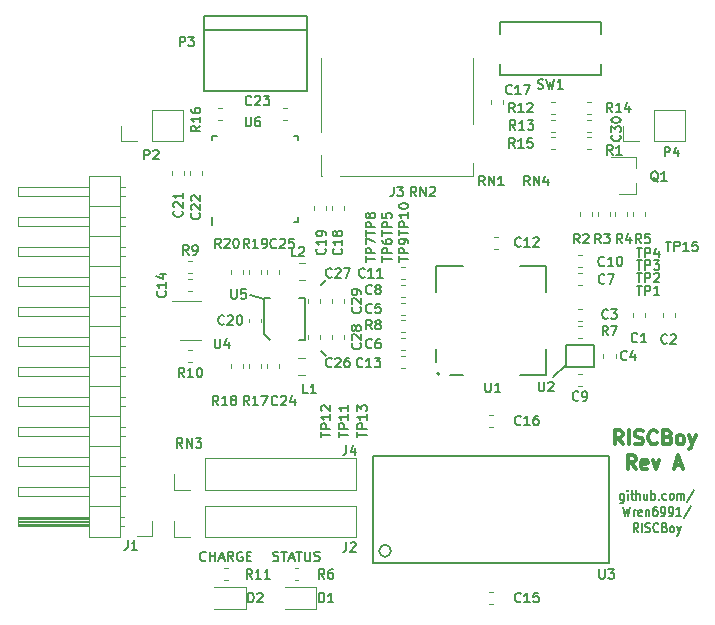
<source format=gto>
G04 #@! TF.GenerationSoftware,KiCad,Pcbnew,5.0.2-bee76a0~70~ubuntu18.04.1*
G04 #@! TF.CreationDate,2018-11-30T19:37:06+00:00*
G04 #@! TF.ProjectId,fpgaboy,66706761-626f-4792-9e6b-696361645f70,rev?*
G04 #@! TF.SameCoordinates,Original*
G04 #@! TF.FileFunction,Legend,Top*
G04 #@! TF.FilePolarity,Positive*
%FSLAX46Y46*%
G04 Gerber Fmt 4.6, Leading zero omitted, Abs format (unit mm)*
G04 Created by KiCad (PCBNEW 5.0.2-bee76a0~70~ubuntu18.04.1) date Fri 30 Nov 2018 19:37:06 GMT*
%MOMM*%
%LPD*%
G01*
G04 APERTURE LIST*
%ADD10C,0.200000*%
%ADD11C,0.175000*%
%ADD12C,0.300000*%
%ADD13C,0.120000*%
%ADD14C,0.150000*%
G04 APERTURE END LIST*
D10*
X143519047Y-125323809D02*
X143633333Y-125361904D01*
X143823809Y-125361904D01*
X143900000Y-125323809D01*
X143938095Y-125285714D01*
X143976190Y-125209523D01*
X143976190Y-125133333D01*
X143938095Y-125057142D01*
X143900000Y-125019047D01*
X143823809Y-124980952D01*
X143671428Y-124942857D01*
X143595238Y-124904761D01*
X143557142Y-124866666D01*
X143519047Y-124790476D01*
X143519047Y-124714285D01*
X143557142Y-124638095D01*
X143595238Y-124600000D01*
X143671428Y-124561904D01*
X143861904Y-124561904D01*
X143976190Y-124600000D01*
X144204761Y-124561904D02*
X144661904Y-124561904D01*
X144433333Y-125361904D02*
X144433333Y-124561904D01*
X144890476Y-125133333D02*
X145271428Y-125133333D01*
X144814285Y-125361904D02*
X145080952Y-124561904D01*
X145347619Y-125361904D01*
X145500000Y-124561904D02*
X145957142Y-124561904D01*
X145728571Y-125361904D02*
X145728571Y-124561904D01*
X146223809Y-124561904D02*
X146223809Y-125209523D01*
X146261904Y-125285714D01*
X146300000Y-125323809D01*
X146376190Y-125361904D01*
X146528571Y-125361904D01*
X146604761Y-125323809D01*
X146642857Y-125285714D01*
X146680952Y-125209523D01*
X146680952Y-124561904D01*
X147023809Y-125323809D02*
X147138095Y-125361904D01*
X147328571Y-125361904D01*
X147404761Y-125323809D01*
X147442857Y-125285714D01*
X147480952Y-125209523D01*
X147480952Y-125133333D01*
X147442857Y-125057142D01*
X147404761Y-125019047D01*
X147328571Y-124980952D01*
X147176190Y-124942857D01*
X147100000Y-124904761D01*
X147061904Y-124866666D01*
X147023809Y-124790476D01*
X147023809Y-124714285D01*
X147061904Y-124638095D01*
X147100000Y-124600000D01*
X147176190Y-124561904D01*
X147366666Y-124561904D01*
X147480952Y-124600000D01*
X137823809Y-125285714D02*
X137785714Y-125323809D01*
X137671428Y-125361904D01*
X137595238Y-125361904D01*
X137480952Y-125323809D01*
X137404761Y-125247619D01*
X137366666Y-125171428D01*
X137328571Y-125019047D01*
X137328571Y-124904761D01*
X137366666Y-124752380D01*
X137404761Y-124676190D01*
X137480952Y-124600000D01*
X137595238Y-124561904D01*
X137671428Y-124561904D01*
X137785714Y-124600000D01*
X137823809Y-124638095D01*
X138166666Y-125361904D02*
X138166666Y-124561904D01*
X138166666Y-124942857D02*
X138623809Y-124942857D01*
X138623809Y-125361904D02*
X138623809Y-124561904D01*
X138966666Y-125133333D02*
X139347619Y-125133333D01*
X138890476Y-125361904D02*
X139157142Y-124561904D01*
X139423809Y-125361904D01*
X140147619Y-125361904D02*
X139880952Y-124980952D01*
X139690476Y-125361904D02*
X139690476Y-124561904D01*
X139995238Y-124561904D01*
X140071428Y-124600000D01*
X140109523Y-124638095D01*
X140147619Y-124714285D01*
X140147619Y-124828571D01*
X140109523Y-124904761D01*
X140071428Y-124942857D01*
X139995238Y-124980952D01*
X139690476Y-124980952D01*
X140909523Y-124600000D02*
X140833333Y-124561904D01*
X140719047Y-124561904D01*
X140604761Y-124600000D01*
X140528571Y-124676190D01*
X140490476Y-124752380D01*
X140452380Y-124904761D01*
X140452380Y-125019047D01*
X140490476Y-125171428D01*
X140528571Y-125247619D01*
X140604761Y-125323809D01*
X140719047Y-125361904D01*
X140795238Y-125361904D01*
X140909523Y-125323809D01*
X140947619Y-125285714D01*
X140947619Y-125019047D01*
X140795238Y-125019047D01*
X141290476Y-124942857D02*
X141557142Y-124942857D01*
X141671428Y-125361904D02*
X141290476Y-125361904D01*
X141290476Y-124561904D01*
X141671428Y-124561904D01*
D11*
X173216666Y-119653571D02*
X173216666Y-120301190D01*
X173183333Y-120377380D01*
X173150000Y-120415476D01*
X173083333Y-120453571D01*
X172983333Y-120453571D01*
X172916666Y-120415476D01*
X173216666Y-120148809D02*
X173150000Y-120186904D01*
X173016666Y-120186904D01*
X172950000Y-120148809D01*
X172916666Y-120110714D01*
X172883333Y-120034523D01*
X172883333Y-119805952D01*
X172916666Y-119729761D01*
X172950000Y-119691666D01*
X173016666Y-119653571D01*
X173150000Y-119653571D01*
X173216666Y-119691666D01*
X173550000Y-120186904D02*
X173550000Y-119653571D01*
X173550000Y-119386904D02*
X173516666Y-119425000D01*
X173550000Y-119463095D01*
X173583333Y-119425000D01*
X173550000Y-119386904D01*
X173550000Y-119463095D01*
X173783333Y-119653571D02*
X174050000Y-119653571D01*
X173883333Y-119386904D02*
X173883333Y-120072619D01*
X173916666Y-120148809D01*
X173983333Y-120186904D01*
X174050000Y-120186904D01*
X174283333Y-120186904D02*
X174283333Y-119386904D01*
X174583333Y-120186904D02*
X174583333Y-119767857D01*
X174550000Y-119691666D01*
X174483333Y-119653571D01*
X174383333Y-119653571D01*
X174316666Y-119691666D01*
X174283333Y-119729761D01*
X175216666Y-119653571D02*
X175216666Y-120186904D01*
X174916666Y-119653571D02*
X174916666Y-120072619D01*
X174950000Y-120148809D01*
X175016666Y-120186904D01*
X175116666Y-120186904D01*
X175183333Y-120148809D01*
X175216666Y-120110714D01*
X175550000Y-120186904D02*
X175550000Y-119386904D01*
X175550000Y-119691666D02*
X175616666Y-119653571D01*
X175750000Y-119653571D01*
X175816666Y-119691666D01*
X175850000Y-119729761D01*
X175883333Y-119805952D01*
X175883333Y-120034523D01*
X175850000Y-120110714D01*
X175816666Y-120148809D01*
X175750000Y-120186904D01*
X175616666Y-120186904D01*
X175550000Y-120148809D01*
X176183333Y-120110714D02*
X176216666Y-120148809D01*
X176183333Y-120186904D01*
X176150000Y-120148809D01*
X176183333Y-120110714D01*
X176183333Y-120186904D01*
X176816666Y-120148809D02*
X176750000Y-120186904D01*
X176616666Y-120186904D01*
X176550000Y-120148809D01*
X176516666Y-120110714D01*
X176483333Y-120034523D01*
X176483333Y-119805952D01*
X176516666Y-119729761D01*
X176550000Y-119691666D01*
X176616666Y-119653571D01*
X176750000Y-119653571D01*
X176816666Y-119691666D01*
X177216666Y-120186904D02*
X177150000Y-120148809D01*
X177116666Y-120110714D01*
X177083333Y-120034523D01*
X177083333Y-119805952D01*
X177116666Y-119729761D01*
X177150000Y-119691666D01*
X177216666Y-119653571D01*
X177316666Y-119653571D01*
X177383333Y-119691666D01*
X177416666Y-119729761D01*
X177450000Y-119805952D01*
X177450000Y-120034523D01*
X177416666Y-120110714D01*
X177383333Y-120148809D01*
X177316666Y-120186904D01*
X177216666Y-120186904D01*
X177750000Y-120186904D02*
X177750000Y-119653571D01*
X177750000Y-119729761D02*
X177783333Y-119691666D01*
X177850000Y-119653571D01*
X177950000Y-119653571D01*
X178016666Y-119691666D01*
X178050000Y-119767857D01*
X178050000Y-120186904D01*
X178050000Y-119767857D02*
X178083333Y-119691666D01*
X178150000Y-119653571D01*
X178250000Y-119653571D01*
X178316666Y-119691666D01*
X178350000Y-119767857D01*
X178350000Y-120186904D01*
X179183333Y-119348809D02*
X178583333Y-120377380D01*
X173166666Y-120761904D02*
X173333333Y-121561904D01*
X173466666Y-120990476D01*
X173600000Y-121561904D01*
X173766666Y-120761904D01*
X174033333Y-121561904D02*
X174033333Y-121028571D01*
X174033333Y-121180952D02*
X174066666Y-121104761D01*
X174100000Y-121066666D01*
X174166666Y-121028571D01*
X174233333Y-121028571D01*
X174733333Y-121523809D02*
X174666666Y-121561904D01*
X174533333Y-121561904D01*
X174466666Y-121523809D01*
X174433333Y-121447619D01*
X174433333Y-121142857D01*
X174466666Y-121066666D01*
X174533333Y-121028571D01*
X174666666Y-121028571D01*
X174733333Y-121066666D01*
X174766666Y-121142857D01*
X174766666Y-121219047D01*
X174433333Y-121295238D01*
X175066666Y-121028571D02*
X175066666Y-121561904D01*
X175066666Y-121104761D02*
X175100000Y-121066666D01*
X175166666Y-121028571D01*
X175266666Y-121028571D01*
X175333333Y-121066666D01*
X175366666Y-121142857D01*
X175366666Y-121561904D01*
X176000000Y-120761904D02*
X175866666Y-120761904D01*
X175800000Y-120800000D01*
X175766666Y-120838095D01*
X175700000Y-120952380D01*
X175666666Y-121104761D01*
X175666666Y-121409523D01*
X175700000Y-121485714D01*
X175733333Y-121523809D01*
X175800000Y-121561904D01*
X175933333Y-121561904D01*
X176000000Y-121523809D01*
X176033333Y-121485714D01*
X176066666Y-121409523D01*
X176066666Y-121219047D01*
X176033333Y-121142857D01*
X176000000Y-121104761D01*
X175933333Y-121066666D01*
X175800000Y-121066666D01*
X175733333Y-121104761D01*
X175700000Y-121142857D01*
X175666666Y-121219047D01*
X176400000Y-121561904D02*
X176533333Y-121561904D01*
X176600000Y-121523809D01*
X176633333Y-121485714D01*
X176700000Y-121371428D01*
X176733333Y-121219047D01*
X176733333Y-120914285D01*
X176700000Y-120838095D01*
X176666666Y-120800000D01*
X176600000Y-120761904D01*
X176466666Y-120761904D01*
X176400000Y-120800000D01*
X176366666Y-120838095D01*
X176333333Y-120914285D01*
X176333333Y-121104761D01*
X176366666Y-121180952D01*
X176400000Y-121219047D01*
X176466666Y-121257142D01*
X176600000Y-121257142D01*
X176666666Y-121219047D01*
X176700000Y-121180952D01*
X176733333Y-121104761D01*
X177066666Y-121561904D02*
X177200000Y-121561904D01*
X177266666Y-121523809D01*
X177300000Y-121485714D01*
X177366666Y-121371428D01*
X177400000Y-121219047D01*
X177400000Y-120914285D01*
X177366666Y-120838095D01*
X177333333Y-120800000D01*
X177266666Y-120761904D01*
X177133333Y-120761904D01*
X177066666Y-120800000D01*
X177033333Y-120838095D01*
X177000000Y-120914285D01*
X177000000Y-121104761D01*
X177033333Y-121180952D01*
X177066666Y-121219047D01*
X177133333Y-121257142D01*
X177266666Y-121257142D01*
X177333333Y-121219047D01*
X177366666Y-121180952D01*
X177400000Y-121104761D01*
X178066666Y-121561904D02*
X177666666Y-121561904D01*
X177866666Y-121561904D02*
X177866666Y-120761904D01*
X177800000Y-120876190D01*
X177733333Y-120952380D01*
X177666666Y-120990476D01*
X178866666Y-120723809D02*
X178266666Y-121752380D01*
X174433333Y-122936904D02*
X174200000Y-122555952D01*
X174033333Y-122936904D02*
X174033333Y-122136904D01*
X174300000Y-122136904D01*
X174366666Y-122175000D01*
X174400000Y-122213095D01*
X174433333Y-122289285D01*
X174433333Y-122403571D01*
X174400000Y-122479761D01*
X174366666Y-122517857D01*
X174300000Y-122555952D01*
X174033333Y-122555952D01*
X174733333Y-122936904D02*
X174733333Y-122136904D01*
X175033333Y-122898809D02*
X175133333Y-122936904D01*
X175300000Y-122936904D01*
X175366666Y-122898809D01*
X175400000Y-122860714D01*
X175433333Y-122784523D01*
X175433333Y-122708333D01*
X175400000Y-122632142D01*
X175366666Y-122594047D01*
X175300000Y-122555952D01*
X175166666Y-122517857D01*
X175100000Y-122479761D01*
X175066666Y-122441666D01*
X175033333Y-122365476D01*
X175033333Y-122289285D01*
X175066666Y-122213095D01*
X175100000Y-122175000D01*
X175166666Y-122136904D01*
X175333333Y-122136904D01*
X175433333Y-122175000D01*
X176133333Y-122860714D02*
X176100000Y-122898809D01*
X176000000Y-122936904D01*
X175933333Y-122936904D01*
X175833333Y-122898809D01*
X175766666Y-122822619D01*
X175733333Y-122746428D01*
X175700000Y-122594047D01*
X175700000Y-122479761D01*
X175733333Y-122327380D01*
X175766666Y-122251190D01*
X175833333Y-122175000D01*
X175933333Y-122136904D01*
X176000000Y-122136904D01*
X176100000Y-122175000D01*
X176133333Y-122213095D01*
X176666666Y-122517857D02*
X176766666Y-122555952D01*
X176800000Y-122594047D01*
X176833333Y-122670238D01*
X176833333Y-122784523D01*
X176800000Y-122860714D01*
X176766666Y-122898809D01*
X176700000Y-122936904D01*
X176433333Y-122936904D01*
X176433333Y-122136904D01*
X176666666Y-122136904D01*
X176733333Y-122175000D01*
X176766666Y-122213095D01*
X176800000Y-122289285D01*
X176800000Y-122365476D01*
X176766666Y-122441666D01*
X176733333Y-122479761D01*
X176666666Y-122517857D01*
X176433333Y-122517857D01*
X177233333Y-122936904D02*
X177166666Y-122898809D01*
X177133333Y-122860714D01*
X177100000Y-122784523D01*
X177100000Y-122555952D01*
X177133333Y-122479761D01*
X177166666Y-122441666D01*
X177233333Y-122403571D01*
X177333333Y-122403571D01*
X177400000Y-122441666D01*
X177433333Y-122479761D01*
X177466666Y-122555952D01*
X177466666Y-122784523D01*
X177433333Y-122860714D01*
X177400000Y-122898809D01*
X177333333Y-122936904D01*
X177233333Y-122936904D01*
X177700000Y-122403571D02*
X177866666Y-122936904D01*
X178033333Y-122403571D02*
X177866666Y-122936904D01*
X177800000Y-123127380D01*
X177766666Y-123165476D01*
X177700000Y-123203571D01*
D10*
X141525000Y-102875000D02*
X142775000Y-103150000D01*
X148000000Y-108000000D02*
X147600000Y-107600000D01*
D12*
X173114285Y-115492857D02*
X172714285Y-114921428D01*
X172428571Y-115492857D02*
X172428571Y-114292857D01*
X172885714Y-114292857D01*
X173000000Y-114350000D01*
X173057142Y-114407142D01*
X173114285Y-114521428D01*
X173114285Y-114692857D01*
X173057142Y-114807142D01*
X173000000Y-114864285D01*
X172885714Y-114921428D01*
X172428571Y-114921428D01*
X173628571Y-115492857D02*
X173628571Y-114292857D01*
X174142857Y-115435714D02*
X174314285Y-115492857D01*
X174600000Y-115492857D01*
X174714285Y-115435714D01*
X174771428Y-115378571D01*
X174828571Y-115264285D01*
X174828571Y-115150000D01*
X174771428Y-115035714D01*
X174714285Y-114978571D01*
X174600000Y-114921428D01*
X174371428Y-114864285D01*
X174257142Y-114807142D01*
X174200000Y-114750000D01*
X174142857Y-114635714D01*
X174142857Y-114521428D01*
X174200000Y-114407142D01*
X174257142Y-114350000D01*
X174371428Y-114292857D01*
X174657142Y-114292857D01*
X174828571Y-114350000D01*
X176028571Y-115378571D02*
X175971428Y-115435714D01*
X175800000Y-115492857D01*
X175685714Y-115492857D01*
X175514285Y-115435714D01*
X175400000Y-115321428D01*
X175342857Y-115207142D01*
X175285714Y-114978571D01*
X175285714Y-114807142D01*
X175342857Y-114578571D01*
X175400000Y-114464285D01*
X175514285Y-114350000D01*
X175685714Y-114292857D01*
X175800000Y-114292857D01*
X175971428Y-114350000D01*
X176028571Y-114407142D01*
X176942857Y-114864285D02*
X177114285Y-114921428D01*
X177171428Y-114978571D01*
X177228571Y-115092857D01*
X177228571Y-115264285D01*
X177171428Y-115378571D01*
X177114285Y-115435714D01*
X177000000Y-115492857D01*
X176542857Y-115492857D01*
X176542857Y-114292857D01*
X176942857Y-114292857D01*
X177057142Y-114350000D01*
X177114285Y-114407142D01*
X177171428Y-114521428D01*
X177171428Y-114635714D01*
X177114285Y-114750000D01*
X177057142Y-114807142D01*
X176942857Y-114864285D01*
X176542857Y-114864285D01*
X177914285Y-115492857D02*
X177800000Y-115435714D01*
X177742857Y-115378571D01*
X177685714Y-115264285D01*
X177685714Y-114921428D01*
X177742857Y-114807142D01*
X177800000Y-114750000D01*
X177914285Y-114692857D01*
X178085714Y-114692857D01*
X178200000Y-114750000D01*
X178257142Y-114807142D01*
X178314285Y-114921428D01*
X178314285Y-115264285D01*
X178257142Y-115378571D01*
X178200000Y-115435714D01*
X178085714Y-115492857D01*
X177914285Y-115492857D01*
X178714285Y-114692857D02*
X179000000Y-115492857D01*
X179285714Y-114692857D02*
X179000000Y-115492857D01*
X178885714Y-115778571D01*
X178828571Y-115835714D01*
X178714285Y-115892857D01*
X174228571Y-117592857D02*
X173828571Y-117021428D01*
X173542857Y-117592857D02*
X173542857Y-116392857D01*
X174000000Y-116392857D01*
X174114285Y-116450000D01*
X174171428Y-116507142D01*
X174228571Y-116621428D01*
X174228571Y-116792857D01*
X174171428Y-116907142D01*
X174114285Y-116964285D01*
X174000000Y-117021428D01*
X173542857Y-117021428D01*
X175200000Y-117535714D02*
X175085714Y-117592857D01*
X174857142Y-117592857D01*
X174742857Y-117535714D01*
X174685714Y-117421428D01*
X174685714Y-116964285D01*
X174742857Y-116850000D01*
X174857142Y-116792857D01*
X175085714Y-116792857D01*
X175200000Y-116850000D01*
X175257142Y-116964285D01*
X175257142Y-117078571D01*
X174685714Y-117192857D01*
X175657142Y-116792857D02*
X175942857Y-117592857D01*
X176228571Y-116792857D01*
X177542857Y-117250000D02*
X178114285Y-117250000D01*
X177428571Y-117592857D02*
X177828571Y-116392857D01*
X178228571Y-117592857D01*
D10*
X148000000Y-101600000D02*
X147600000Y-102000000D01*
X167225000Y-109775000D02*
X168300000Y-108800000D01*
D13*
G04 #@! TO.C,D1*
X147185000Y-127540000D02*
X144500000Y-127540000D01*
X147185000Y-129460000D02*
X147185000Y-127540000D01*
X144500000Y-129460000D02*
X147185000Y-129460000D01*
G04 #@! TO.C,C9*
X169662779Y-109490000D02*
X169337221Y-109490000D01*
X169662779Y-110510000D02*
X169337221Y-110510000D01*
D14*
G04 #@! TO.C,U1*
X157350000Y-102600000D02*
X157350000Y-100350000D01*
X157350000Y-100350000D02*
X159600000Y-100350000D01*
X157350000Y-102600000D02*
X157350000Y-100350000D01*
X157350000Y-100350000D02*
X159600000Y-100350000D01*
X166650000Y-102600000D02*
X166650000Y-100350000D01*
X166650000Y-100350000D02*
X164400000Y-100350000D01*
X157350000Y-102600000D02*
X157350000Y-100350000D01*
X157350000Y-100350000D02*
X159600000Y-100350000D01*
X166650000Y-107400000D02*
X166650000Y-109650000D01*
X166650000Y-109650000D02*
X164400000Y-109650000D01*
X157350000Y-107400000D02*
X157350000Y-108500000D01*
X158500000Y-109650000D02*
X159600000Y-109650000D01*
D10*
X157600000Y-109500000D02*
G75*
G03X157600000Y-109500000I-100000J0D01*
G01*
D13*
G04 #@! TO.C,C1*
X173990000Y-104337221D02*
X173990000Y-104662779D01*
X175010000Y-104337221D02*
X175010000Y-104662779D01*
G04 #@! TO.C,C2*
X176490000Y-104337221D02*
X176490000Y-104662779D01*
X177510000Y-104337221D02*
X177510000Y-104662779D01*
G04 #@! TO.C,C3*
X169662779Y-103990000D02*
X169337221Y-103990000D01*
X169662779Y-105010000D02*
X169337221Y-105010000D01*
G04 #@! TO.C,C4*
X172510000Y-107837221D02*
X172510000Y-108162779D01*
X171490000Y-107837221D02*
X171490000Y-108162779D01*
G04 #@! TO.C,C5*
X154337221Y-103490000D02*
X154662779Y-103490000D01*
X154337221Y-104510000D02*
X154662779Y-104510000D01*
G04 #@! TO.C,C6*
X154662779Y-106490000D02*
X154337221Y-106490000D01*
X154662779Y-107510000D02*
X154337221Y-107510000D01*
G04 #@! TO.C,C7*
X169337221Y-100990000D02*
X169662779Y-100990000D01*
X169337221Y-102010000D02*
X169662779Y-102010000D01*
G04 #@! TO.C,C8*
X154662779Y-103010000D02*
X154337221Y-103010000D01*
X154662779Y-101990000D02*
X154337221Y-101990000D01*
G04 #@! TO.C,C10*
X169337221Y-100510000D02*
X169662779Y-100510000D01*
X169337221Y-99490000D02*
X169662779Y-99490000D01*
G04 #@! TO.C,C11*
X154662779Y-101510000D02*
X154337221Y-101510000D01*
X154662779Y-100490000D02*
X154337221Y-100490000D01*
G04 #@! TO.C,C12*
X162562779Y-98910000D02*
X162237221Y-98910000D01*
X162562779Y-97890000D02*
X162237221Y-97890000D01*
G04 #@! TO.C,C13*
X154662779Y-107990000D02*
X154337221Y-107990000D01*
X154662779Y-109010000D02*
X154337221Y-109010000D01*
G04 #@! TO.C,C14*
X136662779Y-101490000D02*
X136337221Y-101490000D01*
X136662779Y-102510000D02*
X136337221Y-102510000D01*
G04 #@! TO.C,C15*
X161837221Y-127990000D02*
X162162779Y-127990000D01*
X161837221Y-129010000D02*
X162162779Y-129010000D01*
G04 #@! TO.C,C16*
X162162779Y-114010000D02*
X161837221Y-114010000D01*
X162162779Y-112990000D02*
X161837221Y-112990000D01*
G04 #@! TO.C,C17*
X161990000Y-86337221D02*
X161990000Y-86662779D01*
X163010000Y-86337221D02*
X163010000Y-86662779D01*
G04 #@! TO.C,C18*
X149510000Y-95337221D02*
X149510000Y-95662779D01*
X148490000Y-95337221D02*
X148490000Y-95662779D01*
G04 #@! TO.C,C19*
X146990000Y-95337221D02*
X146990000Y-95662779D01*
X148010000Y-95337221D02*
X148010000Y-95662779D01*
G04 #@! TO.C,C20*
X141490000Y-105162779D02*
X141490000Y-104837221D01*
X142510000Y-105162779D02*
X142510000Y-104837221D01*
G04 #@! TO.C,C21*
X136010000Y-92337221D02*
X136010000Y-92662779D01*
X134990000Y-92337221D02*
X134990000Y-92662779D01*
G04 #@! TO.C,C22*
X136490000Y-92337221D02*
X136490000Y-92662779D01*
X137510000Y-92337221D02*
X137510000Y-92662779D01*
G04 #@! TO.C,C23*
X144337221Y-86990000D02*
X144662779Y-86990000D01*
X144337221Y-88010000D02*
X144662779Y-88010000D01*
G04 #@! TO.C,C24*
X143991942Y-109027088D02*
X143991942Y-108701530D01*
X142971942Y-109027088D02*
X142971942Y-108701530D01*
G04 #@! TO.C,C25*
X142971942Y-100701530D02*
X142971942Y-101027088D01*
X143991942Y-100701530D02*
X143991942Y-101027088D01*
G04 #@! TO.C,C26*
X146471942Y-106527088D02*
X146471942Y-106201530D01*
X147491942Y-106527088D02*
X147491942Y-106201530D01*
G04 #@! TO.C,C27*
X147491942Y-103201530D02*
X147491942Y-103527088D01*
X146471942Y-103201530D02*
X146471942Y-103527088D01*
G04 #@! TO.C,C28*
X148471942Y-106527088D02*
X148471942Y-106201530D01*
X149491942Y-106527088D02*
X149491942Y-106201530D01*
G04 #@! TO.C,C29*
X148471942Y-103201530D02*
X148471942Y-103527088D01*
X149491942Y-103201530D02*
X149491942Y-103527088D01*
G04 #@! TO.C,J1*
X130560000Y-123330000D02*
X130560000Y-92730000D01*
X130560000Y-92730000D02*
X127900000Y-92730000D01*
X127900000Y-92730000D02*
X127900000Y-123330000D01*
X127900000Y-123330000D02*
X130560000Y-123330000D01*
X127900000Y-122380000D02*
X121900000Y-122380000D01*
X121900000Y-122380000D02*
X121900000Y-121620000D01*
X121900000Y-121620000D02*
X127900000Y-121620000D01*
X127900000Y-122320000D02*
X121900000Y-122320000D01*
X127900000Y-122200000D02*
X121900000Y-122200000D01*
X127900000Y-122080000D02*
X121900000Y-122080000D01*
X127900000Y-121960000D02*
X121900000Y-121960000D01*
X127900000Y-121840000D02*
X121900000Y-121840000D01*
X127900000Y-121720000D02*
X121900000Y-121720000D01*
X130890000Y-122380000D02*
X130560000Y-122380000D01*
X130890000Y-121620000D02*
X130560000Y-121620000D01*
X130560000Y-120730000D02*
X127900000Y-120730000D01*
X127900000Y-119840000D02*
X121900000Y-119840000D01*
X121900000Y-119840000D02*
X121900000Y-119080000D01*
X121900000Y-119080000D02*
X127900000Y-119080000D01*
X130957071Y-119840000D02*
X130560000Y-119840000D01*
X130957071Y-119080000D02*
X130560000Y-119080000D01*
X130560000Y-118190000D02*
X127900000Y-118190000D01*
X127900000Y-117300000D02*
X121900000Y-117300000D01*
X121900000Y-117300000D02*
X121900000Y-116540000D01*
X121900000Y-116540000D02*
X127900000Y-116540000D01*
X130957071Y-117300000D02*
X130560000Y-117300000D01*
X130957071Y-116540000D02*
X130560000Y-116540000D01*
X130560000Y-115650000D02*
X127900000Y-115650000D01*
X127900000Y-114760000D02*
X121900000Y-114760000D01*
X121900000Y-114760000D02*
X121900000Y-114000000D01*
X121900000Y-114000000D02*
X127900000Y-114000000D01*
X130957071Y-114760000D02*
X130560000Y-114760000D01*
X130957071Y-114000000D02*
X130560000Y-114000000D01*
X130560000Y-113110000D02*
X127900000Y-113110000D01*
X127900000Y-112220000D02*
X121900000Y-112220000D01*
X121900000Y-112220000D02*
X121900000Y-111460000D01*
X121900000Y-111460000D02*
X127900000Y-111460000D01*
X130957071Y-112220000D02*
X130560000Y-112220000D01*
X130957071Y-111460000D02*
X130560000Y-111460000D01*
X130560000Y-110570000D02*
X127900000Y-110570000D01*
X127900000Y-109680000D02*
X121900000Y-109680000D01*
X121900000Y-109680000D02*
X121900000Y-108920000D01*
X121900000Y-108920000D02*
X127900000Y-108920000D01*
X130957071Y-109680000D02*
X130560000Y-109680000D01*
X130957071Y-108920000D02*
X130560000Y-108920000D01*
X130560000Y-108030000D02*
X127900000Y-108030000D01*
X127900000Y-107140000D02*
X121900000Y-107140000D01*
X121900000Y-107140000D02*
X121900000Y-106380000D01*
X121900000Y-106380000D02*
X127900000Y-106380000D01*
X130957071Y-107140000D02*
X130560000Y-107140000D01*
X130957071Y-106380000D02*
X130560000Y-106380000D01*
X130560000Y-105490000D02*
X127900000Y-105490000D01*
X127900000Y-104600000D02*
X121900000Y-104600000D01*
X121900000Y-104600000D02*
X121900000Y-103840000D01*
X121900000Y-103840000D02*
X127900000Y-103840000D01*
X130957071Y-104600000D02*
X130560000Y-104600000D01*
X130957071Y-103840000D02*
X130560000Y-103840000D01*
X130560000Y-102950000D02*
X127900000Y-102950000D01*
X127900000Y-102060000D02*
X121900000Y-102060000D01*
X121900000Y-102060000D02*
X121900000Y-101300000D01*
X121900000Y-101300000D02*
X127900000Y-101300000D01*
X130957071Y-102060000D02*
X130560000Y-102060000D01*
X130957071Y-101300000D02*
X130560000Y-101300000D01*
X130560000Y-100410000D02*
X127900000Y-100410000D01*
X127900000Y-99520000D02*
X121900000Y-99520000D01*
X121900000Y-99520000D02*
X121900000Y-98760000D01*
X121900000Y-98760000D02*
X127900000Y-98760000D01*
X130957071Y-99520000D02*
X130560000Y-99520000D01*
X130957071Y-98760000D02*
X130560000Y-98760000D01*
X130560000Y-97870000D02*
X127900000Y-97870000D01*
X127900000Y-96980000D02*
X121900000Y-96980000D01*
X121900000Y-96980000D02*
X121900000Y-96220000D01*
X121900000Y-96220000D02*
X127900000Y-96220000D01*
X130957071Y-96980000D02*
X130560000Y-96980000D01*
X130957071Y-96220000D02*
X130560000Y-96220000D01*
X130560000Y-95330000D02*
X127900000Y-95330000D01*
X127900000Y-94440000D02*
X121900000Y-94440000D01*
X121900000Y-94440000D02*
X121900000Y-93680000D01*
X121900000Y-93680000D02*
X127900000Y-93680000D01*
X130957071Y-94440000D02*
X130560000Y-94440000D01*
X130957071Y-93680000D02*
X130560000Y-93680000D01*
X133270000Y-122000000D02*
X133270000Y-123270000D01*
X133270000Y-123270000D02*
X132000000Y-123270000D01*
G04 #@! TO.C,J3*
X147565000Y-89075000D02*
X147565000Y-82775000D01*
X160435000Y-88375000D02*
X160435000Y-82775000D01*
X147565000Y-92785000D02*
X147565000Y-90975000D01*
X160435000Y-92785000D02*
X149175000Y-92785000D01*
X160435000Y-91625000D02*
X160435000Y-92785000D01*
X147675000Y-92785000D02*
X147565000Y-92785000D01*
D14*
G04 #@! TO.C,P3*
X146350900Y-79182540D02*
X137650900Y-79182540D01*
X146350900Y-85587540D02*
X137650900Y-85587540D01*
X137650900Y-85587540D02*
X137650900Y-79182540D01*
X137650900Y-80412540D02*
X146350900Y-80412540D01*
X146350900Y-79182540D02*
X146350900Y-85587540D01*
G04 #@! TO.C,SW1*
X171250000Y-83250000D02*
X171250000Y-84250000D01*
X171250000Y-84250000D02*
X162750000Y-84250000D01*
X162750000Y-84250000D02*
X162750000Y-83250000D01*
X162750000Y-80750000D02*
X162750000Y-79750000D01*
X162750000Y-79750000D02*
X171250000Y-79750000D01*
X171250000Y-79750000D02*
X171250000Y-80750000D01*
G04 #@! TO.C,U2*
X170700000Y-107100000D02*
X170700000Y-108900000D01*
X168300000Y-107100000D02*
X170700000Y-107100000D01*
X168300000Y-108900000D02*
X168300000Y-107100000D01*
X170700000Y-108900000D02*
X168300000Y-108900000D01*
G04 #@! TO.C,U3*
X153500000Y-124500000D02*
G75*
G03X153500000Y-124500000I-500000J0D01*
G01*
X152000000Y-125500000D02*
X152000000Y-116500000D01*
X172000000Y-125500000D02*
X152000000Y-125500000D01*
X172000000Y-116500000D02*
X172000000Y-125500000D01*
X152000000Y-116500000D02*
X172000000Y-116500000D01*
G04 #@! TO.C,U5*
X146231942Y-106614309D02*
X145731942Y-106614309D01*
X146231942Y-103114309D02*
X145731942Y-103114309D01*
X142731942Y-103114309D02*
X143231942Y-103114309D01*
X142731942Y-106114309D02*
X143231942Y-106614309D01*
X142731942Y-103114309D02*
X142731942Y-106114309D01*
X146231942Y-103114309D02*
X146231942Y-106614309D01*
G04 #@! TO.C,U6*
X138350000Y-89750000D02*
X138350000Y-89350000D01*
X138350000Y-89350000D02*
X138750000Y-89350000D01*
X145650000Y-89750000D02*
X145650000Y-89350000D01*
X145650000Y-89350000D02*
X145250000Y-89350000D01*
X145650000Y-96250000D02*
X145650000Y-96650000D01*
X145650000Y-96650000D02*
X145250000Y-96650000D01*
X138350000Y-96250000D02*
X138350000Y-96900000D01*
D13*
G04 #@! TO.C,D2*
X138500000Y-129460000D02*
X141185000Y-129460000D01*
X141185000Y-129460000D02*
X141185000Y-127540000D01*
X141185000Y-127540000D02*
X138500000Y-127540000D01*
G04 #@! TO.C,L1*
X145660864Y-108154309D02*
X146178020Y-108154309D01*
X145660864Y-109574309D02*
X146178020Y-109574309D01*
G04 #@! TO.C,L2*
X145723364Y-101574309D02*
X146240520Y-101574309D01*
X145723364Y-100154309D02*
X146240520Y-100154309D01*
G04 #@! TO.C,R1*
X170124721Y-89490000D02*
X170450279Y-89490000D01*
X170124721Y-90510000D02*
X170450279Y-90510000D01*
G04 #@! TO.C,R2*
X170510000Y-96162779D02*
X170510000Y-95837221D01*
X169490000Y-96162779D02*
X169490000Y-95837221D01*
G04 #@! TO.C,R3*
X170990000Y-96162779D02*
X170990000Y-95837221D01*
X172010000Y-96162779D02*
X172010000Y-95837221D01*
G04 #@! TO.C,R4*
X173510000Y-96162779D02*
X173510000Y-95837221D01*
X172490000Y-96162779D02*
X172490000Y-95837221D01*
G04 #@! TO.C,R5*
X173990000Y-96162779D02*
X173990000Y-95837221D01*
X175010000Y-96162779D02*
X175010000Y-95837221D01*
G04 #@! TO.C,R6*
X145662779Y-125990000D02*
X145337221Y-125990000D01*
X145662779Y-127010000D02*
X145337221Y-127010000D01*
G04 #@! TO.C,R7*
X169337221Y-106510000D02*
X169662779Y-106510000D01*
X169337221Y-105490000D02*
X169662779Y-105490000D01*
G04 #@! TO.C,R8*
X154662779Y-106010000D02*
X154337221Y-106010000D01*
X154662779Y-104990000D02*
X154337221Y-104990000D01*
G04 #@! TO.C,R9*
X136337221Y-101010000D02*
X136662779Y-101010000D01*
X136337221Y-99990000D02*
X136662779Y-99990000D01*
G04 #@! TO.C,R10*
X136662779Y-108510000D02*
X136337221Y-108510000D01*
X136662779Y-107490000D02*
X136337221Y-107490000D01*
G04 #@! TO.C,R11*
X139662779Y-125990000D02*
X139337221Y-125990000D01*
X139662779Y-127010000D02*
X139337221Y-127010000D01*
G04 #@! TO.C,R12*
X167087221Y-86490000D02*
X167412779Y-86490000D01*
X167087221Y-87510000D02*
X167412779Y-87510000D01*
G04 #@! TO.C,R16*
X139162779Y-88010000D02*
X138837221Y-88010000D01*
X139162779Y-86990000D02*
X138837221Y-86990000D01*
G04 #@! TO.C,R17*
X142491942Y-109027088D02*
X142491942Y-108701530D01*
X141471942Y-109027088D02*
X141471942Y-108701530D01*
G04 #@! TO.C,R18*
X140991942Y-108701530D02*
X140991942Y-109027088D01*
X139971942Y-108701530D02*
X139971942Y-109027088D01*
G04 #@! TO.C,R19*
X141471942Y-100701530D02*
X141471942Y-101027088D01*
X142491942Y-100701530D02*
X142491942Y-101027088D01*
G04 #@! TO.C,R20*
X139971942Y-101027088D02*
X139971942Y-100701530D01*
X140991942Y-101027088D02*
X140991942Y-100701530D01*
G04 #@! TO.C,U4*
X135600000Y-106610000D02*
X137400000Y-106610000D01*
X137400000Y-103390000D02*
X134950000Y-103390000D01*
G04 #@! TO.C,P2*
X135870000Y-89830000D02*
X135870000Y-87170000D01*
X133270000Y-89830000D02*
X135870000Y-89830000D01*
X133270000Y-87170000D02*
X135870000Y-87170000D01*
X133270000Y-89830000D02*
X133270000Y-87170000D01*
X132000000Y-89830000D02*
X130670000Y-89830000D01*
X130670000Y-89830000D02*
X130670000Y-88500000D01*
G04 #@! TO.C,Q1*
X174260000Y-94330000D02*
X174260000Y-93400000D01*
X174260000Y-91170000D02*
X174260000Y-92100000D01*
X174260000Y-91170000D02*
X172100000Y-91170000D01*
X174260000Y-94330000D02*
X172800000Y-94330000D01*
G04 #@! TO.C,J2*
X135170000Y-123330000D02*
X135170000Y-122000000D01*
X136500000Y-123330000D02*
X135170000Y-123330000D01*
X137770000Y-123330000D02*
X137770000Y-120670000D01*
X137770000Y-120670000D02*
X150530000Y-120670000D01*
X137770000Y-123330000D02*
X150530000Y-123330000D01*
X150530000Y-123330000D02*
X150530000Y-120670000D01*
G04 #@! TO.C,J4*
X150530000Y-119330000D02*
X150530000Y-116670000D01*
X137770000Y-119330000D02*
X150530000Y-119330000D01*
X137770000Y-116670000D02*
X150530000Y-116670000D01*
X137770000Y-119330000D02*
X137770000Y-116670000D01*
X136500000Y-119330000D02*
X135170000Y-119330000D01*
X135170000Y-119330000D02*
X135170000Y-118000000D01*
G04 #@! TO.C,C30*
X170087221Y-87990000D02*
X170412779Y-87990000D01*
X170087221Y-89010000D02*
X170412779Y-89010000D01*
G04 #@! TO.C,P4*
X178370000Y-89830000D02*
X178370000Y-87170000D01*
X175770000Y-89830000D02*
X178370000Y-89830000D01*
X175770000Y-87170000D02*
X178370000Y-87170000D01*
X175770000Y-89830000D02*
X175770000Y-87170000D01*
X174500000Y-89830000D02*
X173170000Y-89830000D01*
X173170000Y-89830000D02*
X173170000Y-88500000D01*
G04 #@! TO.C,R13*
X167087221Y-89010000D02*
X167412779Y-89010000D01*
X167087221Y-87990000D02*
X167412779Y-87990000D01*
G04 #@! TO.C,R14*
X170087221Y-86490000D02*
X170412779Y-86490000D01*
X170087221Y-87510000D02*
X170412779Y-87510000D01*
G04 #@! TO.C,R15*
X167087221Y-89490000D02*
X167412779Y-89490000D01*
X167087221Y-90510000D02*
X167412779Y-90510000D01*
G04 #@! TO.C,D1*
D14*
X147409523Y-128861904D02*
X147409523Y-128061904D01*
X147600000Y-128061904D01*
X147714285Y-128100000D01*
X147790476Y-128176190D01*
X147828571Y-128252380D01*
X147866666Y-128404761D01*
X147866666Y-128519047D01*
X147828571Y-128671428D01*
X147790476Y-128747619D01*
X147714285Y-128823809D01*
X147600000Y-128861904D01*
X147409523Y-128861904D01*
X148628571Y-128861904D02*
X148171428Y-128861904D01*
X148400000Y-128861904D02*
X148400000Y-128061904D01*
X148323809Y-128176190D01*
X148247619Y-128252380D01*
X148171428Y-128290476D01*
G04 #@! TO.C,C9*
X169366666Y-111715714D02*
X169328571Y-111753809D01*
X169214285Y-111791904D01*
X169138095Y-111791904D01*
X169023809Y-111753809D01*
X168947619Y-111677619D01*
X168909523Y-111601428D01*
X168871428Y-111449047D01*
X168871428Y-111334761D01*
X168909523Y-111182380D01*
X168947619Y-111106190D01*
X169023809Y-111030000D01*
X169138095Y-110991904D01*
X169214285Y-110991904D01*
X169328571Y-111030000D01*
X169366666Y-111068095D01*
X169747619Y-111791904D02*
X169900000Y-111791904D01*
X169976190Y-111753809D01*
X170014285Y-111715714D01*
X170090476Y-111601428D01*
X170128571Y-111449047D01*
X170128571Y-111144285D01*
X170090476Y-111068095D01*
X170052380Y-111030000D01*
X169976190Y-110991904D01*
X169823809Y-110991904D01*
X169747619Y-111030000D01*
X169709523Y-111068095D01*
X169671428Y-111144285D01*
X169671428Y-111334761D01*
X169709523Y-111410952D01*
X169747619Y-111449047D01*
X169823809Y-111487142D01*
X169976190Y-111487142D01*
X170052380Y-111449047D01*
X170090476Y-111410952D01*
X170128571Y-111334761D01*
G04 #@! TO.C,U1*
X161490476Y-110261904D02*
X161490476Y-110909523D01*
X161528571Y-110985714D01*
X161566666Y-111023809D01*
X161642857Y-111061904D01*
X161795238Y-111061904D01*
X161871428Y-111023809D01*
X161909523Y-110985714D01*
X161947619Y-110909523D01*
X161947619Y-110261904D01*
X162747619Y-111061904D02*
X162290476Y-111061904D01*
X162519047Y-111061904D02*
X162519047Y-110261904D01*
X162442857Y-110376190D01*
X162366666Y-110452380D01*
X162290476Y-110490476D01*
G04 #@! TO.C,C1*
X174366666Y-106785714D02*
X174328571Y-106823809D01*
X174214285Y-106861904D01*
X174138095Y-106861904D01*
X174023809Y-106823809D01*
X173947619Y-106747619D01*
X173909523Y-106671428D01*
X173871428Y-106519047D01*
X173871428Y-106404761D01*
X173909523Y-106252380D01*
X173947619Y-106176190D01*
X174023809Y-106100000D01*
X174138095Y-106061904D01*
X174214285Y-106061904D01*
X174328571Y-106100000D01*
X174366666Y-106138095D01*
X175128571Y-106861904D02*
X174671428Y-106861904D01*
X174900000Y-106861904D02*
X174900000Y-106061904D01*
X174823809Y-106176190D01*
X174747619Y-106252380D01*
X174671428Y-106290476D01*
G04 #@! TO.C,C2*
X176866666Y-106885714D02*
X176828571Y-106923809D01*
X176714285Y-106961904D01*
X176638095Y-106961904D01*
X176523809Y-106923809D01*
X176447619Y-106847619D01*
X176409523Y-106771428D01*
X176371428Y-106619047D01*
X176371428Y-106504761D01*
X176409523Y-106352380D01*
X176447619Y-106276190D01*
X176523809Y-106200000D01*
X176638095Y-106161904D01*
X176714285Y-106161904D01*
X176828571Y-106200000D01*
X176866666Y-106238095D01*
X177171428Y-106238095D02*
X177209523Y-106200000D01*
X177285714Y-106161904D01*
X177476190Y-106161904D01*
X177552380Y-106200000D01*
X177590476Y-106238095D01*
X177628571Y-106314285D01*
X177628571Y-106390476D01*
X177590476Y-106504761D01*
X177133333Y-106961904D01*
X177628571Y-106961904D01*
G04 #@! TO.C,C3*
X171866666Y-104785714D02*
X171828571Y-104823809D01*
X171714285Y-104861904D01*
X171638095Y-104861904D01*
X171523809Y-104823809D01*
X171447619Y-104747619D01*
X171409523Y-104671428D01*
X171371428Y-104519047D01*
X171371428Y-104404761D01*
X171409523Y-104252380D01*
X171447619Y-104176190D01*
X171523809Y-104100000D01*
X171638095Y-104061904D01*
X171714285Y-104061904D01*
X171828571Y-104100000D01*
X171866666Y-104138095D01*
X172133333Y-104061904D02*
X172628571Y-104061904D01*
X172361904Y-104366666D01*
X172476190Y-104366666D01*
X172552380Y-104404761D01*
X172590476Y-104442857D01*
X172628571Y-104519047D01*
X172628571Y-104709523D01*
X172590476Y-104785714D01*
X172552380Y-104823809D01*
X172476190Y-104861904D01*
X172247619Y-104861904D01*
X172171428Y-104823809D01*
X172133333Y-104785714D01*
G04 #@! TO.C,C4*
X173466666Y-108285714D02*
X173428571Y-108323809D01*
X173314285Y-108361904D01*
X173238095Y-108361904D01*
X173123809Y-108323809D01*
X173047619Y-108247619D01*
X173009523Y-108171428D01*
X172971428Y-108019047D01*
X172971428Y-107904761D01*
X173009523Y-107752380D01*
X173047619Y-107676190D01*
X173123809Y-107600000D01*
X173238095Y-107561904D01*
X173314285Y-107561904D01*
X173428571Y-107600000D01*
X173466666Y-107638095D01*
X174152380Y-107828571D02*
X174152380Y-108361904D01*
X173961904Y-107523809D02*
X173771428Y-108095238D01*
X174266666Y-108095238D01*
G04 #@! TO.C,C5*
X151866666Y-104285714D02*
X151828571Y-104323809D01*
X151714285Y-104361904D01*
X151638095Y-104361904D01*
X151523809Y-104323809D01*
X151447619Y-104247619D01*
X151409523Y-104171428D01*
X151371428Y-104019047D01*
X151371428Y-103904761D01*
X151409523Y-103752380D01*
X151447619Y-103676190D01*
X151523809Y-103600000D01*
X151638095Y-103561904D01*
X151714285Y-103561904D01*
X151828571Y-103600000D01*
X151866666Y-103638095D01*
X152590476Y-103561904D02*
X152209523Y-103561904D01*
X152171428Y-103942857D01*
X152209523Y-103904761D01*
X152285714Y-103866666D01*
X152476190Y-103866666D01*
X152552380Y-103904761D01*
X152590476Y-103942857D01*
X152628571Y-104019047D01*
X152628571Y-104209523D01*
X152590476Y-104285714D01*
X152552380Y-104323809D01*
X152476190Y-104361904D01*
X152285714Y-104361904D01*
X152209523Y-104323809D01*
X152171428Y-104285714D01*
G04 #@! TO.C,C6*
X151866666Y-107285714D02*
X151828571Y-107323809D01*
X151714285Y-107361904D01*
X151638095Y-107361904D01*
X151523809Y-107323809D01*
X151447619Y-107247619D01*
X151409523Y-107171428D01*
X151371428Y-107019047D01*
X151371428Y-106904761D01*
X151409523Y-106752380D01*
X151447619Y-106676190D01*
X151523809Y-106600000D01*
X151638095Y-106561904D01*
X151714285Y-106561904D01*
X151828571Y-106600000D01*
X151866666Y-106638095D01*
X152552380Y-106561904D02*
X152400000Y-106561904D01*
X152323809Y-106600000D01*
X152285714Y-106638095D01*
X152209523Y-106752380D01*
X152171428Y-106904761D01*
X152171428Y-107209523D01*
X152209523Y-107285714D01*
X152247619Y-107323809D01*
X152323809Y-107361904D01*
X152476190Y-107361904D01*
X152552380Y-107323809D01*
X152590476Y-107285714D01*
X152628571Y-107209523D01*
X152628571Y-107019047D01*
X152590476Y-106942857D01*
X152552380Y-106904761D01*
X152476190Y-106866666D01*
X152323809Y-106866666D01*
X152247619Y-106904761D01*
X152209523Y-106942857D01*
X152171428Y-107019047D01*
G04 #@! TO.C,C7*
X171566666Y-101810714D02*
X171528571Y-101848809D01*
X171414285Y-101886904D01*
X171338095Y-101886904D01*
X171223809Y-101848809D01*
X171147619Y-101772619D01*
X171109523Y-101696428D01*
X171071428Y-101544047D01*
X171071428Y-101429761D01*
X171109523Y-101277380D01*
X171147619Y-101201190D01*
X171223809Y-101125000D01*
X171338095Y-101086904D01*
X171414285Y-101086904D01*
X171528571Y-101125000D01*
X171566666Y-101163095D01*
X171833333Y-101086904D02*
X172366666Y-101086904D01*
X172023809Y-101886904D01*
G04 #@! TO.C,C8*
X151866666Y-102685714D02*
X151828571Y-102723809D01*
X151714285Y-102761904D01*
X151638095Y-102761904D01*
X151523809Y-102723809D01*
X151447619Y-102647619D01*
X151409523Y-102571428D01*
X151371428Y-102419047D01*
X151371428Y-102304761D01*
X151409523Y-102152380D01*
X151447619Y-102076190D01*
X151523809Y-102000000D01*
X151638095Y-101961904D01*
X151714285Y-101961904D01*
X151828571Y-102000000D01*
X151866666Y-102038095D01*
X152323809Y-102304761D02*
X152247619Y-102266666D01*
X152209523Y-102228571D01*
X152171428Y-102152380D01*
X152171428Y-102114285D01*
X152209523Y-102038095D01*
X152247619Y-102000000D01*
X152323809Y-101961904D01*
X152476190Y-101961904D01*
X152552380Y-102000000D01*
X152590476Y-102038095D01*
X152628571Y-102114285D01*
X152628571Y-102152380D01*
X152590476Y-102228571D01*
X152552380Y-102266666D01*
X152476190Y-102304761D01*
X152323809Y-102304761D01*
X152247619Y-102342857D01*
X152209523Y-102380952D01*
X152171428Y-102457142D01*
X152171428Y-102609523D01*
X152209523Y-102685714D01*
X152247619Y-102723809D01*
X152323809Y-102761904D01*
X152476190Y-102761904D01*
X152552380Y-102723809D01*
X152590476Y-102685714D01*
X152628571Y-102609523D01*
X152628571Y-102457142D01*
X152590476Y-102380952D01*
X152552380Y-102342857D01*
X152476190Y-102304761D01*
G04 #@! TO.C,C10*
X171560714Y-100310714D02*
X171522619Y-100348809D01*
X171408333Y-100386904D01*
X171332142Y-100386904D01*
X171217857Y-100348809D01*
X171141666Y-100272619D01*
X171103571Y-100196428D01*
X171065476Y-100044047D01*
X171065476Y-99929761D01*
X171103571Y-99777380D01*
X171141666Y-99701190D01*
X171217857Y-99625000D01*
X171332142Y-99586904D01*
X171408333Y-99586904D01*
X171522619Y-99625000D01*
X171560714Y-99663095D01*
X172322619Y-100386904D02*
X171865476Y-100386904D01*
X172094047Y-100386904D02*
X172094047Y-99586904D01*
X172017857Y-99701190D01*
X171941666Y-99777380D01*
X171865476Y-99815476D01*
X172817857Y-99586904D02*
X172894047Y-99586904D01*
X172970238Y-99625000D01*
X173008333Y-99663095D01*
X173046428Y-99739285D01*
X173084523Y-99891666D01*
X173084523Y-100082142D01*
X173046428Y-100234523D01*
X173008333Y-100310714D01*
X172970238Y-100348809D01*
X172894047Y-100386904D01*
X172817857Y-100386904D01*
X172741666Y-100348809D01*
X172703571Y-100310714D01*
X172665476Y-100234523D01*
X172627380Y-100082142D01*
X172627380Y-99891666D01*
X172665476Y-99739285D01*
X172703571Y-99663095D01*
X172741666Y-99625000D01*
X172817857Y-99586904D01*
G04 #@! TO.C,C11*
X151285714Y-101285714D02*
X151247619Y-101323809D01*
X151133333Y-101361904D01*
X151057142Y-101361904D01*
X150942857Y-101323809D01*
X150866666Y-101247619D01*
X150828571Y-101171428D01*
X150790476Y-101019047D01*
X150790476Y-100904761D01*
X150828571Y-100752380D01*
X150866666Y-100676190D01*
X150942857Y-100600000D01*
X151057142Y-100561904D01*
X151133333Y-100561904D01*
X151247619Y-100600000D01*
X151285714Y-100638095D01*
X152047619Y-101361904D02*
X151590476Y-101361904D01*
X151819047Y-101361904D02*
X151819047Y-100561904D01*
X151742857Y-100676190D01*
X151666666Y-100752380D01*
X151590476Y-100790476D01*
X152809523Y-101361904D02*
X152352380Y-101361904D01*
X152580952Y-101361904D02*
X152580952Y-100561904D01*
X152504761Y-100676190D01*
X152428571Y-100752380D01*
X152352380Y-100790476D01*
G04 #@! TO.C,C12*
X164485714Y-98685714D02*
X164447619Y-98723809D01*
X164333333Y-98761904D01*
X164257142Y-98761904D01*
X164142857Y-98723809D01*
X164066666Y-98647619D01*
X164028571Y-98571428D01*
X163990476Y-98419047D01*
X163990476Y-98304761D01*
X164028571Y-98152380D01*
X164066666Y-98076190D01*
X164142857Y-98000000D01*
X164257142Y-97961904D01*
X164333333Y-97961904D01*
X164447619Y-98000000D01*
X164485714Y-98038095D01*
X165247619Y-98761904D02*
X164790476Y-98761904D01*
X165019047Y-98761904D02*
X165019047Y-97961904D01*
X164942857Y-98076190D01*
X164866666Y-98152380D01*
X164790476Y-98190476D01*
X165552380Y-98038095D02*
X165590476Y-98000000D01*
X165666666Y-97961904D01*
X165857142Y-97961904D01*
X165933333Y-98000000D01*
X165971428Y-98038095D01*
X166009523Y-98114285D01*
X166009523Y-98190476D01*
X165971428Y-98304761D01*
X165514285Y-98761904D01*
X166009523Y-98761904D01*
G04 #@! TO.C,C13*
X151085714Y-108885714D02*
X151047619Y-108923809D01*
X150933333Y-108961904D01*
X150857142Y-108961904D01*
X150742857Y-108923809D01*
X150666666Y-108847619D01*
X150628571Y-108771428D01*
X150590476Y-108619047D01*
X150590476Y-108504761D01*
X150628571Y-108352380D01*
X150666666Y-108276190D01*
X150742857Y-108200000D01*
X150857142Y-108161904D01*
X150933333Y-108161904D01*
X151047619Y-108200000D01*
X151085714Y-108238095D01*
X151847619Y-108961904D02*
X151390476Y-108961904D01*
X151619047Y-108961904D02*
X151619047Y-108161904D01*
X151542857Y-108276190D01*
X151466666Y-108352380D01*
X151390476Y-108390476D01*
X152114285Y-108161904D02*
X152609523Y-108161904D01*
X152342857Y-108466666D01*
X152457142Y-108466666D01*
X152533333Y-108504761D01*
X152571428Y-108542857D01*
X152609523Y-108619047D01*
X152609523Y-108809523D01*
X152571428Y-108885714D01*
X152533333Y-108923809D01*
X152457142Y-108961904D01*
X152228571Y-108961904D01*
X152152380Y-108923809D01*
X152114285Y-108885714D01*
G04 #@! TO.C,C14*
X134385714Y-102514285D02*
X134423809Y-102552380D01*
X134461904Y-102666666D01*
X134461904Y-102742857D01*
X134423809Y-102857142D01*
X134347619Y-102933333D01*
X134271428Y-102971428D01*
X134119047Y-103009523D01*
X134004761Y-103009523D01*
X133852380Y-102971428D01*
X133776190Y-102933333D01*
X133700000Y-102857142D01*
X133661904Y-102742857D01*
X133661904Y-102666666D01*
X133700000Y-102552380D01*
X133738095Y-102514285D01*
X134461904Y-101752380D02*
X134461904Y-102209523D01*
X134461904Y-101980952D02*
X133661904Y-101980952D01*
X133776190Y-102057142D01*
X133852380Y-102133333D01*
X133890476Y-102209523D01*
X133928571Y-101066666D02*
X134461904Y-101066666D01*
X133623809Y-101257142D02*
X134195238Y-101447619D01*
X134195238Y-100952380D01*
G04 #@! TO.C,C15*
X164485714Y-128785714D02*
X164447619Y-128823809D01*
X164333333Y-128861904D01*
X164257142Y-128861904D01*
X164142857Y-128823809D01*
X164066666Y-128747619D01*
X164028571Y-128671428D01*
X163990476Y-128519047D01*
X163990476Y-128404761D01*
X164028571Y-128252380D01*
X164066666Y-128176190D01*
X164142857Y-128100000D01*
X164257142Y-128061904D01*
X164333333Y-128061904D01*
X164447619Y-128100000D01*
X164485714Y-128138095D01*
X165247619Y-128861904D02*
X164790476Y-128861904D01*
X165019047Y-128861904D02*
X165019047Y-128061904D01*
X164942857Y-128176190D01*
X164866666Y-128252380D01*
X164790476Y-128290476D01*
X165971428Y-128061904D02*
X165590476Y-128061904D01*
X165552380Y-128442857D01*
X165590476Y-128404761D01*
X165666666Y-128366666D01*
X165857142Y-128366666D01*
X165933333Y-128404761D01*
X165971428Y-128442857D01*
X166009523Y-128519047D01*
X166009523Y-128709523D01*
X165971428Y-128785714D01*
X165933333Y-128823809D01*
X165857142Y-128861904D01*
X165666666Y-128861904D01*
X165590476Y-128823809D01*
X165552380Y-128785714D01*
G04 #@! TO.C,C16*
X164485714Y-113785714D02*
X164447619Y-113823809D01*
X164333333Y-113861904D01*
X164257142Y-113861904D01*
X164142857Y-113823809D01*
X164066666Y-113747619D01*
X164028571Y-113671428D01*
X163990476Y-113519047D01*
X163990476Y-113404761D01*
X164028571Y-113252380D01*
X164066666Y-113176190D01*
X164142857Y-113100000D01*
X164257142Y-113061904D01*
X164333333Y-113061904D01*
X164447619Y-113100000D01*
X164485714Y-113138095D01*
X165247619Y-113861904D02*
X164790476Y-113861904D01*
X165019047Y-113861904D02*
X165019047Y-113061904D01*
X164942857Y-113176190D01*
X164866666Y-113252380D01*
X164790476Y-113290476D01*
X165933333Y-113061904D02*
X165780952Y-113061904D01*
X165704761Y-113100000D01*
X165666666Y-113138095D01*
X165590476Y-113252380D01*
X165552380Y-113404761D01*
X165552380Y-113709523D01*
X165590476Y-113785714D01*
X165628571Y-113823809D01*
X165704761Y-113861904D01*
X165857142Y-113861904D01*
X165933333Y-113823809D01*
X165971428Y-113785714D01*
X166009523Y-113709523D01*
X166009523Y-113519047D01*
X165971428Y-113442857D01*
X165933333Y-113404761D01*
X165857142Y-113366666D01*
X165704761Y-113366666D01*
X165628571Y-113404761D01*
X165590476Y-113442857D01*
X165552380Y-113519047D01*
G04 #@! TO.C,C17*
X163735714Y-85785714D02*
X163697619Y-85823809D01*
X163583333Y-85861904D01*
X163507142Y-85861904D01*
X163392857Y-85823809D01*
X163316666Y-85747619D01*
X163278571Y-85671428D01*
X163240476Y-85519047D01*
X163240476Y-85404761D01*
X163278571Y-85252380D01*
X163316666Y-85176190D01*
X163392857Y-85100000D01*
X163507142Y-85061904D01*
X163583333Y-85061904D01*
X163697619Y-85100000D01*
X163735714Y-85138095D01*
X164497619Y-85861904D02*
X164040476Y-85861904D01*
X164269047Y-85861904D02*
X164269047Y-85061904D01*
X164192857Y-85176190D01*
X164116666Y-85252380D01*
X164040476Y-85290476D01*
X164764285Y-85061904D02*
X165297619Y-85061904D01*
X164954761Y-85861904D01*
G04 #@! TO.C,C18*
X149285714Y-98914285D02*
X149323809Y-98952380D01*
X149361904Y-99066666D01*
X149361904Y-99142857D01*
X149323809Y-99257142D01*
X149247619Y-99333333D01*
X149171428Y-99371428D01*
X149019047Y-99409523D01*
X148904761Y-99409523D01*
X148752380Y-99371428D01*
X148676190Y-99333333D01*
X148600000Y-99257142D01*
X148561904Y-99142857D01*
X148561904Y-99066666D01*
X148600000Y-98952380D01*
X148638095Y-98914285D01*
X149361904Y-98152380D02*
X149361904Y-98609523D01*
X149361904Y-98380952D02*
X148561904Y-98380952D01*
X148676190Y-98457142D01*
X148752380Y-98533333D01*
X148790476Y-98609523D01*
X148904761Y-97695238D02*
X148866666Y-97771428D01*
X148828571Y-97809523D01*
X148752380Y-97847619D01*
X148714285Y-97847619D01*
X148638095Y-97809523D01*
X148600000Y-97771428D01*
X148561904Y-97695238D01*
X148561904Y-97542857D01*
X148600000Y-97466666D01*
X148638095Y-97428571D01*
X148714285Y-97390476D01*
X148752380Y-97390476D01*
X148828571Y-97428571D01*
X148866666Y-97466666D01*
X148904761Y-97542857D01*
X148904761Y-97695238D01*
X148942857Y-97771428D01*
X148980952Y-97809523D01*
X149057142Y-97847619D01*
X149209523Y-97847619D01*
X149285714Y-97809523D01*
X149323809Y-97771428D01*
X149361904Y-97695238D01*
X149361904Y-97542857D01*
X149323809Y-97466666D01*
X149285714Y-97428571D01*
X149209523Y-97390476D01*
X149057142Y-97390476D01*
X148980952Y-97428571D01*
X148942857Y-97466666D01*
X148904761Y-97542857D01*
G04 #@! TO.C,C19*
X147885714Y-98914285D02*
X147923809Y-98952380D01*
X147961904Y-99066666D01*
X147961904Y-99142857D01*
X147923809Y-99257142D01*
X147847619Y-99333333D01*
X147771428Y-99371428D01*
X147619047Y-99409523D01*
X147504761Y-99409523D01*
X147352380Y-99371428D01*
X147276190Y-99333333D01*
X147200000Y-99257142D01*
X147161904Y-99142857D01*
X147161904Y-99066666D01*
X147200000Y-98952380D01*
X147238095Y-98914285D01*
X147961904Y-98152380D02*
X147961904Y-98609523D01*
X147961904Y-98380952D02*
X147161904Y-98380952D01*
X147276190Y-98457142D01*
X147352380Y-98533333D01*
X147390476Y-98609523D01*
X147961904Y-97771428D02*
X147961904Y-97619047D01*
X147923809Y-97542857D01*
X147885714Y-97504761D01*
X147771428Y-97428571D01*
X147619047Y-97390476D01*
X147314285Y-97390476D01*
X147238095Y-97428571D01*
X147200000Y-97466666D01*
X147161904Y-97542857D01*
X147161904Y-97695238D01*
X147200000Y-97771428D01*
X147238095Y-97809523D01*
X147314285Y-97847619D01*
X147504761Y-97847619D01*
X147580952Y-97809523D01*
X147619047Y-97771428D01*
X147657142Y-97695238D01*
X147657142Y-97542857D01*
X147619047Y-97466666D01*
X147580952Y-97428571D01*
X147504761Y-97390476D01*
G04 #@! TO.C,C20*
X139385714Y-105285714D02*
X139347619Y-105323809D01*
X139233333Y-105361904D01*
X139157142Y-105361904D01*
X139042857Y-105323809D01*
X138966666Y-105247619D01*
X138928571Y-105171428D01*
X138890476Y-105019047D01*
X138890476Y-104904761D01*
X138928571Y-104752380D01*
X138966666Y-104676190D01*
X139042857Y-104600000D01*
X139157142Y-104561904D01*
X139233333Y-104561904D01*
X139347619Y-104600000D01*
X139385714Y-104638095D01*
X139690476Y-104638095D02*
X139728571Y-104600000D01*
X139804761Y-104561904D01*
X139995238Y-104561904D01*
X140071428Y-104600000D01*
X140109523Y-104638095D01*
X140147619Y-104714285D01*
X140147619Y-104790476D01*
X140109523Y-104904761D01*
X139652380Y-105361904D01*
X140147619Y-105361904D01*
X140642857Y-104561904D02*
X140719047Y-104561904D01*
X140795238Y-104600000D01*
X140833333Y-104638095D01*
X140871428Y-104714285D01*
X140909523Y-104866666D01*
X140909523Y-105057142D01*
X140871428Y-105209523D01*
X140833333Y-105285714D01*
X140795238Y-105323809D01*
X140719047Y-105361904D01*
X140642857Y-105361904D01*
X140566666Y-105323809D01*
X140528571Y-105285714D01*
X140490476Y-105209523D01*
X140452380Y-105057142D01*
X140452380Y-104866666D01*
X140490476Y-104714285D01*
X140528571Y-104638095D01*
X140566666Y-104600000D01*
X140642857Y-104561904D01*
G04 #@! TO.C,C21*
X135785714Y-95714285D02*
X135823809Y-95752380D01*
X135861904Y-95866666D01*
X135861904Y-95942857D01*
X135823809Y-96057142D01*
X135747619Y-96133333D01*
X135671428Y-96171428D01*
X135519047Y-96209523D01*
X135404761Y-96209523D01*
X135252380Y-96171428D01*
X135176190Y-96133333D01*
X135100000Y-96057142D01*
X135061904Y-95942857D01*
X135061904Y-95866666D01*
X135100000Y-95752380D01*
X135138095Y-95714285D01*
X135138095Y-95409523D02*
X135100000Y-95371428D01*
X135061904Y-95295238D01*
X135061904Y-95104761D01*
X135100000Y-95028571D01*
X135138095Y-94990476D01*
X135214285Y-94952380D01*
X135290476Y-94952380D01*
X135404761Y-94990476D01*
X135861904Y-95447619D01*
X135861904Y-94952380D01*
X135861904Y-94190476D02*
X135861904Y-94647619D01*
X135861904Y-94419047D02*
X135061904Y-94419047D01*
X135176190Y-94495238D01*
X135252380Y-94571428D01*
X135290476Y-94647619D01*
G04 #@! TO.C,C22*
X137285714Y-95914285D02*
X137323809Y-95952380D01*
X137361904Y-96066666D01*
X137361904Y-96142857D01*
X137323809Y-96257142D01*
X137247619Y-96333333D01*
X137171428Y-96371428D01*
X137019047Y-96409523D01*
X136904761Y-96409523D01*
X136752380Y-96371428D01*
X136676190Y-96333333D01*
X136600000Y-96257142D01*
X136561904Y-96142857D01*
X136561904Y-96066666D01*
X136600000Y-95952380D01*
X136638095Y-95914285D01*
X136638095Y-95609523D02*
X136600000Y-95571428D01*
X136561904Y-95495238D01*
X136561904Y-95304761D01*
X136600000Y-95228571D01*
X136638095Y-95190476D01*
X136714285Y-95152380D01*
X136790476Y-95152380D01*
X136904761Y-95190476D01*
X137361904Y-95647619D01*
X137361904Y-95152380D01*
X136638095Y-94847619D02*
X136600000Y-94809523D01*
X136561904Y-94733333D01*
X136561904Y-94542857D01*
X136600000Y-94466666D01*
X136638095Y-94428571D01*
X136714285Y-94390476D01*
X136790476Y-94390476D01*
X136904761Y-94428571D01*
X137361904Y-94885714D01*
X137361904Y-94390476D01*
G04 #@! TO.C,C23*
X141685714Y-86685714D02*
X141647619Y-86723809D01*
X141533333Y-86761904D01*
X141457142Y-86761904D01*
X141342857Y-86723809D01*
X141266666Y-86647619D01*
X141228571Y-86571428D01*
X141190476Y-86419047D01*
X141190476Y-86304761D01*
X141228571Y-86152380D01*
X141266666Y-86076190D01*
X141342857Y-86000000D01*
X141457142Y-85961904D01*
X141533333Y-85961904D01*
X141647619Y-86000000D01*
X141685714Y-86038095D01*
X141990476Y-86038095D02*
X142028571Y-86000000D01*
X142104761Y-85961904D01*
X142295238Y-85961904D01*
X142371428Y-86000000D01*
X142409523Y-86038095D01*
X142447619Y-86114285D01*
X142447619Y-86190476D01*
X142409523Y-86304761D01*
X141952380Y-86761904D01*
X142447619Y-86761904D01*
X142714285Y-85961904D02*
X143209523Y-85961904D01*
X142942857Y-86266666D01*
X143057142Y-86266666D01*
X143133333Y-86304761D01*
X143171428Y-86342857D01*
X143209523Y-86419047D01*
X143209523Y-86609523D01*
X143171428Y-86685714D01*
X143133333Y-86723809D01*
X143057142Y-86761904D01*
X142828571Y-86761904D01*
X142752380Y-86723809D01*
X142714285Y-86685714D01*
G04 #@! TO.C,C24*
X143885714Y-112085714D02*
X143847619Y-112123809D01*
X143733333Y-112161904D01*
X143657142Y-112161904D01*
X143542857Y-112123809D01*
X143466666Y-112047619D01*
X143428571Y-111971428D01*
X143390476Y-111819047D01*
X143390476Y-111704761D01*
X143428571Y-111552380D01*
X143466666Y-111476190D01*
X143542857Y-111400000D01*
X143657142Y-111361904D01*
X143733333Y-111361904D01*
X143847619Y-111400000D01*
X143885714Y-111438095D01*
X144190476Y-111438095D02*
X144228571Y-111400000D01*
X144304761Y-111361904D01*
X144495238Y-111361904D01*
X144571428Y-111400000D01*
X144609523Y-111438095D01*
X144647619Y-111514285D01*
X144647619Y-111590476D01*
X144609523Y-111704761D01*
X144152380Y-112161904D01*
X144647619Y-112161904D01*
X145333333Y-111628571D02*
X145333333Y-112161904D01*
X145142857Y-111323809D02*
X144952380Y-111895238D01*
X145447619Y-111895238D01*
G04 #@! TO.C,C25*
X143785714Y-98785714D02*
X143747619Y-98823809D01*
X143633333Y-98861904D01*
X143557142Y-98861904D01*
X143442857Y-98823809D01*
X143366666Y-98747619D01*
X143328571Y-98671428D01*
X143290476Y-98519047D01*
X143290476Y-98404761D01*
X143328571Y-98252380D01*
X143366666Y-98176190D01*
X143442857Y-98100000D01*
X143557142Y-98061904D01*
X143633333Y-98061904D01*
X143747619Y-98100000D01*
X143785714Y-98138095D01*
X144090476Y-98138095D02*
X144128571Y-98100000D01*
X144204761Y-98061904D01*
X144395238Y-98061904D01*
X144471428Y-98100000D01*
X144509523Y-98138095D01*
X144547619Y-98214285D01*
X144547619Y-98290476D01*
X144509523Y-98404761D01*
X144052380Y-98861904D01*
X144547619Y-98861904D01*
X145271428Y-98061904D02*
X144890476Y-98061904D01*
X144852380Y-98442857D01*
X144890476Y-98404761D01*
X144966666Y-98366666D01*
X145157142Y-98366666D01*
X145233333Y-98404761D01*
X145271428Y-98442857D01*
X145309523Y-98519047D01*
X145309523Y-98709523D01*
X145271428Y-98785714D01*
X145233333Y-98823809D01*
X145157142Y-98861904D01*
X144966666Y-98861904D01*
X144890476Y-98823809D01*
X144852380Y-98785714D01*
G04 #@! TO.C,C26*
X148485714Y-108885714D02*
X148447619Y-108923809D01*
X148333333Y-108961904D01*
X148257142Y-108961904D01*
X148142857Y-108923809D01*
X148066666Y-108847619D01*
X148028571Y-108771428D01*
X147990476Y-108619047D01*
X147990476Y-108504761D01*
X148028571Y-108352380D01*
X148066666Y-108276190D01*
X148142857Y-108200000D01*
X148257142Y-108161904D01*
X148333333Y-108161904D01*
X148447619Y-108200000D01*
X148485714Y-108238095D01*
X148790476Y-108238095D02*
X148828571Y-108200000D01*
X148904761Y-108161904D01*
X149095238Y-108161904D01*
X149171428Y-108200000D01*
X149209523Y-108238095D01*
X149247619Y-108314285D01*
X149247619Y-108390476D01*
X149209523Y-108504761D01*
X148752380Y-108961904D01*
X149247619Y-108961904D01*
X149933333Y-108161904D02*
X149780952Y-108161904D01*
X149704761Y-108200000D01*
X149666666Y-108238095D01*
X149590476Y-108352380D01*
X149552380Y-108504761D01*
X149552380Y-108809523D01*
X149590476Y-108885714D01*
X149628571Y-108923809D01*
X149704761Y-108961904D01*
X149857142Y-108961904D01*
X149933333Y-108923809D01*
X149971428Y-108885714D01*
X150009523Y-108809523D01*
X150009523Y-108619047D01*
X149971428Y-108542857D01*
X149933333Y-108504761D01*
X149857142Y-108466666D01*
X149704761Y-108466666D01*
X149628571Y-108504761D01*
X149590476Y-108542857D01*
X149552380Y-108619047D01*
G04 #@! TO.C,C27*
X148485714Y-101285714D02*
X148447619Y-101323809D01*
X148333333Y-101361904D01*
X148257142Y-101361904D01*
X148142857Y-101323809D01*
X148066666Y-101247619D01*
X148028571Y-101171428D01*
X147990476Y-101019047D01*
X147990476Y-100904761D01*
X148028571Y-100752380D01*
X148066666Y-100676190D01*
X148142857Y-100600000D01*
X148257142Y-100561904D01*
X148333333Y-100561904D01*
X148447619Y-100600000D01*
X148485714Y-100638095D01*
X148790476Y-100638095D02*
X148828571Y-100600000D01*
X148904761Y-100561904D01*
X149095238Y-100561904D01*
X149171428Y-100600000D01*
X149209523Y-100638095D01*
X149247619Y-100714285D01*
X149247619Y-100790476D01*
X149209523Y-100904761D01*
X148752380Y-101361904D01*
X149247619Y-101361904D01*
X149514285Y-100561904D02*
X150047619Y-100561904D01*
X149704761Y-101361904D01*
G04 #@! TO.C,C28*
X150885714Y-106914285D02*
X150923809Y-106952380D01*
X150961904Y-107066666D01*
X150961904Y-107142857D01*
X150923809Y-107257142D01*
X150847619Y-107333333D01*
X150771428Y-107371428D01*
X150619047Y-107409523D01*
X150504761Y-107409523D01*
X150352380Y-107371428D01*
X150276190Y-107333333D01*
X150200000Y-107257142D01*
X150161904Y-107142857D01*
X150161904Y-107066666D01*
X150200000Y-106952380D01*
X150238095Y-106914285D01*
X150238095Y-106609523D02*
X150200000Y-106571428D01*
X150161904Y-106495238D01*
X150161904Y-106304761D01*
X150200000Y-106228571D01*
X150238095Y-106190476D01*
X150314285Y-106152380D01*
X150390476Y-106152380D01*
X150504761Y-106190476D01*
X150961904Y-106647619D01*
X150961904Y-106152380D01*
X150504761Y-105695238D02*
X150466666Y-105771428D01*
X150428571Y-105809523D01*
X150352380Y-105847619D01*
X150314285Y-105847619D01*
X150238095Y-105809523D01*
X150200000Y-105771428D01*
X150161904Y-105695238D01*
X150161904Y-105542857D01*
X150200000Y-105466666D01*
X150238095Y-105428571D01*
X150314285Y-105390476D01*
X150352380Y-105390476D01*
X150428571Y-105428571D01*
X150466666Y-105466666D01*
X150504761Y-105542857D01*
X150504761Y-105695238D01*
X150542857Y-105771428D01*
X150580952Y-105809523D01*
X150657142Y-105847619D01*
X150809523Y-105847619D01*
X150885714Y-105809523D01*
X150923809Y-105771428D01*
X150961904Y-105695238D01*
X150961904Y-105542857D01*
X150923809Y-105466666D01*
X150885714Y-105428571D01*
X150809523Y-105390476D01*
X150657142Y-105390476D01*
X150580952Y-105428571D01*
X150542857Y-105466666D01*
X150504761Y-105542857D01*
G04 #@! TO.C,C29*
X150885714Y-103878594D02*
X150923809Y-103916689D01*
X150961904Y-104030975D01*
X150961904Y-104107166D01*
X150923809Y-104221451D01*
X150847619Y-104297642D01*
X150771428Y-104335737D01*
X150619047Y-104373832D01*
X150504761Y-104373832D01*
X150352380Y-104335737D01*
X150276190Y-104297642D01*
X150200000Y-104221451D01*
X150161904Y-104107166D01*
X150161904Y-104030975D01*
X150200000Y-103916689D01*
X150238095Y-103878594D01*
X150238095Y-103573832D02*
X150200000Y-103535737D01*
X150161904Y-103459547D01*
X150161904Y-103269070D01*
X150200000Y-103192880D01*
X150238095Y-103154785D01*
X150314285Y-103116689D01*
X150390476Y-103116689D01*
X150504761Y-103154785D01*
X150961904Y-103611928D01*
X150961904Y-103116689D01*
X150961904Y-102735737D02*
X150961904Y-102583356D01*
X150923809Y-102507166D01*
X150885714Y-102469070D01*
X150771428Y-102392880D01*
X150619047Y-102354785D01*
X150314285Y-102354785D01*
X150238095Y-102392880D01*
X150200000Y-102430975D01*
X150161904Y-102507166D01*
X150161904Y-102659547D01*
X150200000Y-102735737D01*
X150238095Y-102773832D01*
X150314285Y-102811928D01*
X150504761Y-102811928D01*
X150580952Y-102773832D01*
X150619047Y-102735737D01*
X150657142Y-102659547D01*
X150657142Y-102507166D01*
X150619047Y-102430975D01*
X150580952Y-102392880D01*
X150504761Y-102354785D01*
G04 #@! TO.C,J1*
X131208333Y-123611904D02*
X131208333Y-124183333D01*
X131170238Y-124297619D01*
X131094047Y-124373809D01*
X130979761Y-124411904D01*
X130903571Y-124411904D01*
X132008333Y-124411904D02*
X131551190Y-124411904D01*
X131779761Y-124411904D02*
X131779761Y-123611904D01*
X131703571Y-123726190D01*
X131627380Y-123802380D01*
X131551190Y-123840476D01*
G04 #@! TO.C,J3*
X153733333Y-93661904D02*
X153733333Y-94233333D01*
X153695238Y-94347619D01*
X153619047Y-94423809D01*
X153504761Y-94461904D01*
X153428571Y-94461904D01*
X154038095Y-93661904D02*
X154533333Y-93661904D01*
X154266666Y-93966666D01*
X154380952Y-93966666D01*
X154457142Y-94004761D01*
X154495238Y-94042857D01*
X154533333Y-94119047D01*
X154533333Y-94309523D01*
X154495238Y-94385714D01*
X154457142Y-94423809D01*
X154380952Y-94461904D01*
X154152380Y-94461904D01*
X154076190Y-94423809D01*
X154038095Y-94385714D01*
G04 #@! TO.C,P3*
X135609523Y-81761904D02*
X135609523Y-80961904D01*
X135914285Y-80961904D01*
X135990476Y-81000000D01*
X136028571Y-81038095D01*
X136066666Y-81114285D01*
X136066666Y-81228571D01*
X136028571Y-81304761D01*
X135990476Y-81342857D01*
X135914285Y-81380952D01*
X135609523Y-81380952D01*
X136333333Y-80961904D02*
X136828571Y-80961904D01*
X136561904Y-81266666D01*
X136676190Y-81266666D01*
X136752380Y-81304761D01*
X136790476Y-81342857D01*
X136828571Y-81419047D01*
X136828571Y-81609523D01*
X136790476Y-81685714D01*
X136752380Y-81723809D01*
X136676190Y-81761904D01*
X136447619Y-81761904D01*
X136371428Y-81723809D01*
X136333333Y-81685714D01*
G04 #@! TO.C,RN1*
X161447619Y-93561904D02*
X161180952Y-93180952D01*
X160990476Y-93561904D02*
X160990476Y-92761904D01*
X161295238Y-92761904D01*
X161371428Y-92800000D01*
X161409523Y-92838095D01*
X161447619Y-92914285D01*
X161447619Y-93028571D01*
X161409523Y-93104761D01*
X161371428Y-93142857D01*
X161295238Y-93180952D01*
X160990476Y-93180952D01*
X161790476Y-93561904D02*
X161790476Y-92761904D01*
X162247619Y-93561904D01*
X162247619Y-92761904D01*
X163047619Y-93561904D02*
X162590476Y-93561904D01*
X162819047Y-93561904D02*
X162819047Y-92761904D01*
X162742857Y-92876190D01*
X162666666Y-92952380D01*
X162590476Y-92990476D01*
G04 #@! TO.C,RN2*
X155647619Y-94461904D02*
X155380952Y-94080952D01*
X155190476Y-94461904D02*
X155190476Y-93661904D01*
X155495238Y-93661904D01*
X155571428Y-93700000D01*
X155609523Y-93738095D01*
X155647619Y-93814285D01*
X155647619Y-93928571D01*
X155609523Y-94004761D01*
X155571428Y-94042857D01*
X155495238Y-94080952D01*
X155190476Y-94080952D01*
X155990476Y-94461904D02*
X155990476Y-93661904D01*
X156447619Y-94461904D01*
X156447619Y-93661904D01*
X156790476Y-93738095D02*
X156828571Y-93700000D01*
X156904761Y-93661904D01*
X157095238Y-93661904D01*
X157171428Y-93700000D01*
X157209523Y-93738095D01*
X157247619Y-93814285D01*
X157247619Y-93890476D01*
X157209523Y-94004761D01*
X156752380Y-94461904D01*
X157247619Y-94461904D01*
G04 #@! TO.C,RN3*
X135847619Y-115761904D02*
X135580952Y-115380952D01*
X135390476Y-115761904D02*
X135390476Y-114961904D01*
X135695238Y-114961904D01*
X135771428Y-115000000D01*
X135809523Y-115038095D01*
X135847619Y-115114285D01*
X135847619Y-115228571D01*
X135809523Y-115304761D01*
X135771428Y-115342857D01*
X135695238Y-115380952D01*
X135390476Y-115380952D01*
X136190476Y-115761904D02*
X136190476Y-114961904D01*
X136647619Y-115761904D01*
X136647619Y-114961904D01*
X136952380Y-114961904D02*
X137447619Y-114961904D01*
X137180952Y-115266666D01*
X137295238Y-115266666D01*
X137371428Y-115304761D01*
X137409523Y-115342857D01*
X137447619Y-115419047D01*
X137447619Y-115609523D01*
X137409523Y-115685714D01*
X137371428Y-115723809D01*
X137295238Y-115761904D01*
X137066666Y-115761904D01*
X136990476Y-115723809D01*
X136952380Y-115685714D01*
G04 #@! TO.C,RN4*
X165247619Y-93561904D02*
X164980952Y-93180952D01*
X164790476Y-93561904D02*
X164790476Y-92761904D01*
X165095238Y-92761904D01*
X165171428Y-92800000D01*
X165209523Y-92838095D01*
X165247619Y-92914285D01*
X165247619Y-93028571D01*
X165209523Y-93104761D01*
X165171428Y-93142857D01*
X165095238Y-93180952D01*
X164790476Y-93180952D01*
X165590476Y-93561904D02*
X165590476Y-92761904D01*
X166047619Y-93561904D01*
X166047619Y-92761904D01*
X166771428Y-93028571D02*
X166771428Y-93561904D01*
X166580952Y-92723809D02*
X166390476Y-93295238D01*
X166885714Y-93295238D01*
G04 #@! TO.C,SW1*
X165933333Y-85323809D02*
X166047619Y-85361904D01*
X166238095Y-85361904D01*
X166314285Y-85323809D01*
X166352380Y-85285714D01*
X166390476Y-85209523D01*
X166390476Y-85133333D01*
X166352380Y-85057142D01*
X166314285Y-85019047D01*
X166238095Y-84980952D01*
X166085714Y-84942857D01*
X166009523Y-84904761D01*
X165971428Y-84866666D01*
X165933333Y-84790476D01*
X165933333Y-84714285D01*
X165971428Y-84638095D01*
X166009523Y-84600000D01*
X166085714Y-84561904D01*
X166276190Y-84561904D01*
X166390476Y-84600000D01*
X166657142Y-84561904D02*
X166847619Y-85361904D01*
X167000000Y-84790476D01*
X167152380Y-85361904D01*
X167342857Y-84561904D01*
X168066666Y-85361904D02*
X167609523Y-85361904D01*
X167838095Y-85361904D02*
X167838095Y-84561904D01*
X167761904Y-84676190D01*
X167685714Y-84752380D01*
X167609523Y-84790476D01*
G04 #@! TO.C,U2*
X166015476Y-110186904D02*
X166015476Y-110834523D01*
X166053571Y-110910714D01*
X166091666Y-110948809D01*
X166167857Y-110986904D01*
X166320238Y-110986904D01*
X166396428Y-110948809D01*
X166434523Y-110910714D01*
X166472619Y-110834523D01*
X166472619Y-110186904D01*
X166815476Y-110263095D02*
X166853571Y-110225000D01*
X166929761Y-110186904D01*
X167120238Y-110186904D01*
X167196428Y-110225000D01*
X167234523Y-110263095D01*
X167272619Y-110339285D01*
X167272619Y-110415476D01*
X167234523Y-110529761D01*
X166777380Y-110986904D01*
X167272619Y-110986904D01*
G04 #@! TO.C,U3*
X171140476Y-126061904D02*
X171140476Y-126709523D01*
X171178571Y-126785714D01*
X171216666Y-126823809D01*
X171292857Y-126861904D01*
X171445238Y-126861904D01*
X171521428Y-126823809D01*
X171559523Y-126785714D01*
X171597619Y-126709523D01*
X171597619Y-126061904D01*
X171902380Y-126061904D02*
X172397619Y-126061904D01*
X172130952Y-126366666D01*
X172245238Y-126366666D01*
X172321428Y-126404761D01*
X172359523Y-126442857D01*
X172397619Y-126519047D01*
X172397619Y-126709523D01*
X172359523Y-126785714D01*
X172321428Y-126823809D01*
X172245238Y-126861904D01*
X172016666Y-126861904D01*
X171940476Y-126823809D01*
X171902380Y-126785714D01*
G04 #@! TO.C,U5*
X139990476Y-102361904D02*
X139990476Y-103009523D01*
X140028571Y-103085714D01*
X140066666Y-103123809D01*
X140142857Y-103161904D01*
X140295238Y-103161904D01*
X140371428Y-103123809D01*
X140409523Y-103085714D01*
X140447619Y-103009523D01*
X140447619Y-102361904D01*
X141209523Y-102361904D02*
X140828571Y-102361904D01*
X140790476Y-102742857D01*
X140828571Y-102704761D01*
X140904761Y-102666666D01*
X141095238Y-102666666D01*
X141171428Y-102704761D01*
X141209523Y-102742857D01*
X141247619Y-102819047D01*
X141247619Y-103009523D01*
X141209523Y-103085714D01*
X141171428Y-103123809D01*
X141095238Y-103161904D01*
X140904761Y-103161904D01*
X140828571Y-103123809D01*
X140790476Y-103085714D01*
G04 #@! TO.C,U6*
X141190476Y-87761904D02*
X141190476Y-88409523D01*
X141228571Y-88485714D01*
X141266666Y-88523809D01*
X141342857Y-88561904D01*
X141495238Y-88561904D01*
X141571428Y-88523809D01*
X141609523Y-88485714D01*
X141647619Y-88409523D01*
X141647619Y-87761904D01*
X142371428Y-87761904D02*
X142219047Y-87761904D01*
X142142857Y-87800000D01*
X142104761Y-87838095D01*
X142028571Y-87952380D01*
X141990476Y-88104761D01*
X141990476Y-88409523D01*
X142028571Y-88485714D01*
X142066666Y-88523809D01*
X142142857Y-88561904D01*
X142295238Y-88561904D01*
X142371428Y-88523809D01*
X142409523Y-88485714D01*
X142447619Y-88409523D01*
X142447619Y-88219047D01*
X142409523Y-88142857D01*
X142371428Y-88104761D01*
X142295238Y-88066666D01*
X142142857Y-88066666D01*
X142066666Y-88104761D01*
X142028571Y-88142857D01*
X141990476Y-88219047D01*
G04 #@! TO.C,D2*
X141409523Y-128861904D02*
X141409523Y-128061904D01*
X141600000Y-128061904D01*
X141714285Y-128100000D01*
X141790476Y-128176190D01*
X141828571Y-128252380D01*
X141866666Y-128404761D01*
X141866666Y-128519047D01*
X141828571Y-128671428D01*
X141790476Y-128747619D01*
X141714285Y-128823809D01*
X141600000Y-128861904D01*
X141409523Y-128861904D01*
X142171428Y-128138095D02*
X142209523Y-128100000D01*
X142285714Y-128061904D01*
X142476190Y-128061904D01*
X142552380Y-128100000D01*
X142590476Y-128138095D01*
X142628571Y-128214285D01*
X142628571Y-128290476D01*
X142590476Y-128404761D01*
X142133333Y-128861904D01*
X142628571Y-128861904D01*
G04 #@! TO.C,L1*
X146466666Y-111161904D02*
X146085714Y-111161904D01*
X146085714Y-110361904D01*
X147152380Y-111161904D02*
X146695238Y-111161904D01*
X146923809Y-111161904D02*
X146923809Y-110361904D01*
X146847619Y-110476190D01*
X146771428Y-110552380D01*
X146695238Y-110590476D01*
G04 #@! TO.C,L2*
X145466666Y-99561904D02*
X145085714Y-99561904D01*
X145085714Y-98761904D01*
X145695238Y-98838095D02*
X145733333Y-98800000D01*
X145809523Y-98761904D01*
X146000000Y-98761904D01*
X146076190Y-98800000D01*
X146114285Y-98838095D01*
X146152380Y-98914285D01*
X146152380Y-98990476D01*
X146114285Y-99104761D01*
X145657142Y-99561904D01*
X146152380Y-99561904D01*
G04 #@! TO.C,R1*
X172266666Y-90961904D02*
X172000000Y-90580952D01*
X171809523Y-90961904D02*
X171809523Y-90161904D01*
X172114285Y-90161904D01*
X172190476Y-90200000D01*
X172228571Y-90238095D01*
X172266666Y-90314285D01*
X172266666Y-90428571D01*
X172228571Y-90504761D01*
X172190476Y-90542857D01*
X172114285Y-90580952D01*
X171809523Y-90580952D01*
X173028571Y-90961904D02*
X172571428Y-90961904D01*
X172800000Y-90961904D02*
X172800000Y-90161904D01*
X172723809Y-90276190D01*
X172647619Y-90352380D01*
X172571428Y-90390476D01*
G04 #@! TO.C,R2*
X169466666Y-98461904D02*
X169200000Y-98080952D01*
X169009523Y-98461904D02*
X169009523Y-97661904D01*
X169314285Y-97661904D01*
X169390476Y-97700000D01*
X169428571Y-97738095D01*
X169466666Y-97814285D01*
X169466666Y-97928571D01*
X169428571Y-98004761D01*
X169390476Y-98042857D01*
X169314285Y-98080952D01*
X169009523Y-98080952D01*
X169771428Y-97738095D02*
X169809523Y-97700000D01*
X169885714Y-97661904D01*
X170076190Y-97661904D01*
X170152380Y-97700000D01*
X170190476Y-97738095D01*
X170228571Y-97814285D01*
X170228571Y-97890476D01*
X170190476Y-98004761D01*
X169733333Y-98461904D01*
X170228571Y-98461904D01*
G04 #@! TO.C,R3*
X171266666Y-98461904D02*
X171000000Y-98080952D01*
X170809523Y-98461904D02*
X170809523Y-97661904D01*
X171114285Y-97661904D01*
X171190476Y-97700000D01*
X171228571Y-97738095D01*
X171266666Y-97814285D01*
X171266666Y-97928571D01*
X171228571Y-98004761D01*
X171190476Y-98042857D01*
X171114285Y-98080952D01*
X170809523Y-98080952D01*
X171533333Y-97661904D02*
X172028571Y-97661904D01*
X171761904Y-97966666D01*
X171876190Y-97966666D01*
X171952380Y-98004761D01*
X171990476Y-98042857D01*
X172028571Y-98119047D01*
X172028571Y-98309523D01*
X171990476Y-98385714D01*
X171952380Y-98423809D01*
X171876190Y-98461904D01*
X171647619Y-98461904D01*
X171571428Y-98423809D01*
X171533333Y-98385714D01*
G04 #@! TO.C,R4*
X173066666Y-98461904D02*
X172800000Y-98080952D01*
X172609523Y-98461904D02*
X172609523Y-97661904D01*
X172914285Y-97661904D01*
X172990476Y-97700000D01*
X173028571Y-97738095D01*
X173066666Y-97814285D01*
X173066666Y-97928571D01*
X173028571Y-98004761D01*
X172990476Y-98042857D01*
X172914285Y-98080952D01*
X172609523Y-98080952D01*
X173752380Y-97928571D02*
X173752380Y-98461904D01*
X173561904Y-97623809D02*
X173371428Y-98195238D01*
X173866666Y-98195238D01*
G04 #@! TO.C,R5*
X174666666Y-98461904D02*
X174400000Y-98080952D01*
X174209523Y-98461904D02*
X174209523Y-97661904D01*
X174514285Y-97661904D01*
X174590476Y-97700000D01*
X174628571Y-97738095D01*
X174666666Y-97814285D01*
X174666666Y-97928571D01*
X174628571Y-98004761D01*
X174590476Y-98042857D01*
X174514285Y-98080952D01*
X174209523Y-98080952D01*
X175390476Y-97661904D02*
X175009523Y-97661904D01*
X174971428Y-98042857D01*
X175009523Y-98004761D01*
X175085714Y-97966666D01*
X175276190Y-97966666D01*
X175352380Y-98004761D01*
X175390476Y-98042857D01*
X175428571Y-98119047D01*
X175428571Y-98309523D01*
X175390476Y-98385714D01*
X175352380Y-98423809D01*
X175276190Y-98461904D01*
X175085714Y-98461904D01*
X175009523Y-98423809D01*
X174971428Y-98385714D01*
G04 #@! TO.C,R6*
X147866666Y-126861904D02*
X147600000Y-126480952D01*
X147409523Y-126861904D02*
X147409523Y-126061904D01*
X147714285Y-126061904D01*
X147790476Y-126100000D01*
X147828571Y-126138095D01*
X147866666Y-126214285D01*
X147866666Y-126328571D01*
X147828571Y-126404761D01*
X147790476Y-126442857D01*
X147714285Y-126480952D01*
X147409523Y-126480952D01*
X148552380Y-126061904D02*
X148400000Y-126061904D01*
X148323809Y-126100000D01*
X148285714Y-126138095D01*
X148209523Y-126252380D01*
X148171428Y-126404761D01*
X148171428Y-126709523D01*
X148209523Y-126785714D01*
X148247619Y-126823809D01*
X148323809Y-126861904D01*
X148476190Y-126861904D01*
X148552380Y-126823809D01*
X148590476Y-126785714D01*
X148628571Y-126709523D01*
X148628571Y-126519047D01*
X148590476Y-126442857D01*
X148552380Y-126404761D01*
X148476190Y-126366666D01*
X148323809Y-126366666D01*
X148247619Y-126404761D01*
X148209523Y-126442857D01*
X148171428Y-126519047D01*
G04 #@! TO.C,R7*
X171866666Y-106261904D02*
X171600000Y-105880952D01*
X171409523Y-106261904D02*
X171409523Y-105461904D01*
X171714285Y-105461904D01*
X171790476Y-105500000D01*
X171828571Y-105538095D01*
X171866666Y-105614285D01*
X171866666Y-105728571D01*
X171828571Y-105804761D01*
X171790476Y-105842857D01*
X171714285Y-105880952D01*
X171409523Y-105880952D01*
X172133333Y-105461904D02*
X172666666Y-105461904D01*
X172323809Y-106261904D01*
G04 #@! TO.C,R8*
X151866666Y-105761904D02*
X151600000Y-105380952D01*
X151409523Y-105761904D02*
X151409523Y-104961904D01*
X151714285Y-104961904D01*
X151790476Y-105000000D01*
X151828571Y-105038095D01*
X151866666Y-105114285D01*
X151866666Y-105228571D01*
X151828571Y-105304761D01*
X151790476Y-105342857D01*
X151714285Y-105380952D01*
X151409523Y-105380952D01*
X152323809Y-105304761D02*
X152247619Y-105266666D01*
X152209523Y-105228571D01*
X152171428Y-105152380D01*
X152171428Y-105114285D01*
X152209523Y-105038095D01*
X152247619Y-105000000D01*
X152323809Y-104961904D01*
X152476190Y-104961904D01*
X152552380Y-105000000D01*
X152590476Y-105038095D01*
X152628571Y-105114285D01*
X152628571Y-105152380D01*
X152590476Y-105228571D01*
X152552380Y-105266666D01*
X152476190Y-105304761D01*
X152323809Y-105304761D01*
X152247619Y-105342857D01*
X152209523Y-105380952D01*
X152171428Y-105457142D01*
X152171428Y-105609523D01*
X152209523Y-105685714D01*
X152247619Y-105723809D01*
X152323809Y-105761904D01*
X152476190Y-105761904D01*
X152552380Y-105723809D01*
X152590476Y-105685714D01*
X152628571Y-105609523D01*
X152628571Y-105457142D01*
X152590476Y-105380952D01*
X152552380Y-105342857D01*
X152476190Y-105304761D01*
G04 #@! TO.C,R9*
X136366666Y-99431904D02*
X136100000Y-99050952D01*
X135909523Y-99431904D02*
X135909523Y-98631904D01*
X136214285Y-98631904D01*
X136290476Y-98670000D01*
X136328571Y-98708095D01*
X136366666Y-98784285D01*
X136366666Y-98898571D01*
X136328571Y-98974761D01*
X136290476Y-99012857D01*
X136214285Y-99050952D01*
X135909523Y-99050952D01*
X136747619Y-99431904D02*
X136900000Y-99431904D01*
X136976190Y-99393809D01*
X137014285Y-99355714D01*
X137090476Y-99241428D01*
X137128571Y-99089047D01*
X137128571Y-98784285D01*
X137090476Y-98708095D01*
X137052380Y-98670000D01*
X136976190Y-98631904D01*
X136823809Y-98631904D01*
X136747619Y-98670000D01*
X136709523Y-98708095D01*
X136671428Y-98784285D01*
X136671428Y-98974761D01*
X136709523Y-99050952D01*
X136747619Y-99089047D01*
X136823809Y-99127142D01*
X136976190Y-99127142D01*
X137052380Y-99089047D01*
X137090476Y-99050952D01*
X137128571Y-98974761D01*
G04 #@! TO.C,R10*
X135985714Y-109791904D02*
X135719047Y-109410952D01*
X135528571Y-109791904D02*
X135528571Y-108991904D01*
X135833333Y-108991904D01*
X135909523Y-109030000D01*
X135947619Y-109068095D01*
X135985714Y-109144285D01*
X135985714Y-109258571D01*
X135947619Y-109334761D01*
X135909523Y-109372857D01*
X135833333Y-109410952D01*
X135528571Y-109410952D01*
X136747619Y-109791904D02*
X136290476Y-109791904D01*
X136519047Y-109791904D02*
X136519047Y-108991904D01*
X136442857Y-109106190D01*
X136366666Y-109182380D01*
X136290476Y-109220476D01*
X137242857Y-108991904D02*
X137319047Y-108991904D01*
X137395238Y-109030000D01*
X137433333Y-109068095D01*
X137471428Y-109144285D01*
X137509523Y-109296666D01*
X137509523Y-109487142D01*
X137471428Y-109639523D01*
X137433333Y-109715714D01*
X137395238Y-109753809D01*
X137319047Y-109791904D01*
X137242857Y-109791904D01*
X137166666Y-109753809D01*
X137128571Y-109715714D01*
X137090476Y-109639523D01*
X137052380Y-109487142D01*
X137052380Y-109296666D01*
X137090476Y-109144285D01*
X137128571Y-109068095D01*
X137166666Y-109030000D01*
X137242857Y-108991904D01*
G04 #@! TO.C,R11*
X141735714Y-126861904D02*
X141469047Y-126480952D01*
X141278571Y-126861904D02*
X141278571Y-126061904D01*
X141583333Y-126061904D01*
X141659523Y-126100000D01*
X141697619Y-126138095D01*
X141735714Y-126214285D01*
X141735714Y-126328571D01*
X141697619Y-126404761D01*
X141659523Y-126442857D01*
X141583333Y-126480952D01*
X141278571Y-126480952D01*
X142497619Y-126861904D02*
X142040476Y-126861904D01*
X142269047Y-126861904D02*
X142269047Y-126061904D01*
X142192857Y-126176190D01*
X142116666Y-126252380D01*
X142040476Y-126290476D01*
X143259523Y-126861904D02*
X142802380Y-126861904D01*
X143030952Y-126861904D02*
X143030952Y-126061904D01*
X142954761Y-126176190D01*
X142878571Y-126252380D01*
X142802380Y-126290476D01*
G04 #@! TO.C,R12*
X163985714Y-87361904D02*
X163719047Y-86980952D01*
X163528571Y-87361904D02*
X163528571Y-86561904D01*
X163833333Y-86561904D01*
X163909523Y-86600000D01*
X163947619Y-86638095D01*
X163985714Y-86714285D01*
X163985714Y-86828571D01*
X163947619Y-86904761D01*
X163909523Y-86942857D01*
X163833333Y-86980952D01*
X163528571Y-86980952D01*
X164747619Y-87361904D02*
X164290476Y-87361904D01*
X164519047Y-87361904D02*
X164519047Y-86561904D01*
X164442857Y-86676190D01*
X164366666Y-86752380D01*
X164290476Y-86790476D01*
X165052380Y-86638095D02*
X165090476Y-86600000D01*
X165166666Y-86561904D01*
X165357142Y-86561904D01*
X165433333Y-86600000D01*
X165471428Y-86638095D01*
X165509523Y-86714285D01*
X165509523Y-86790476D01*
X165471428Y-86904761D01*
X165014285Y-87361904D01*
X165509523Y-87361904D01*
G04 #@! TO.C,R16*
X137361904Y-88514285D02*
X136980952Y-88780952D01*
X137361904Y-88971428D02*
X136561904Y-88971428D01*
X136561904Y-88666666D01*
X136600000Y-88590476D01*
X136638095Y-88552380D01*
X136714285Y-88514285D01*
X136828571Y-88514285D01*
X136904761Y-88552380D01*
X136942857Y-88590476D01*
X136980952Y-88666666D01*
X136980952Y-88971428D01*
X137361904Y-87752380D02*
X137361904Y-88209523D01*
X137361904Y-87980952D02*
X136561904Y-87980952D01*
X136676190Y-88057142D01*
X136752380Y-88133333D01*
X136790476Y-88209523D01*
X136561904Y-87066666D02*
X136561904Y-87219047D01*
X136600000Y-87295238D01*
X136638095Y-87333333D01*
X136752380Y-87409523D01*
X136904761Y-87447619D01*
X137209523Y-87447619D01*
X137285714Y-87409523D01*
X137323809Y-87371428D01*
X137361904Y-87295238D01*
X137361904Y-87142857D01*
X137323809Y-87066666D01*
X137285714Y-87028571D01*
X137209523Y-86990476D01*
X137019047Y-86990476D01*
X136942857Y-87028571D01*
X136904761Y-87066666D01*
X136866666Y-87142857D01*
X136866666Y-87295238D01*
X136904761Y-87371428D01*
X136942857Y-87409523D01*
X137019047Y-87447619D01*
G04 #@! TO.C,R17*
X141485714Y-112161904D02*
X141219047Y-111780952D01*
X141028571Y-112161904D02*
X141028571Y-111361904D01*
X141333333Y-111361904D01*
X141409523Y-111400000D01*
X141447619Y-111438095D01*
X141485714Y-111514285D01*
X141485714Y-111628571D01*
X141447619Y-111704761D01*
X141409523Y-111742857D01*
X141333333Y-111780952D01*
X141028571Y-111780952D01*
X142247619Y-112161904D02*
X141790476Y-112161904D01*
X142019047Y-112161904D02*
X142019047Y-111361904D01*
X141942857Y-111476190D01*
X141866666Y-111552380D01*
X141790476Y-111590476D01*
X142514285Y-111361904D02*
X143047619Y-111361904D01*
X142704761Y-112161904D01*
G04 #@! TO.C,R18*
X138885714Y-112161904D02*
X138619047Y-111780952D01*
X138428571Y-112161904D02*
X138428571Y-111361904D01*
X138733333Y-111361904D01*
X138809523Y-111400000D01*
X138847619Y-111438095D01*
X138885714Y-111514285D01*
X138885714Y-111628571D01*
X138847619Y-111704761D01*
X138809523Y-111742857D01*
X138733333Y-111780952D01*
X138428571Y-111780952D01*
X139647619Y-112161904D02*
X139190476Y-112161904D01*
X139419047Y-112161904D02*
X139419047Y-111361904D01*
X139342857Y-111476190D01*
X139266666Y-111552380D01*
X139190476Y-111590476D01*
X140104761Y-111704761D02*
X140028571Y-111666666D01*
X139990476Y-111628571D01*
X139952380Y-111552380D01*
X139952380Y-111514285D01*
X139990476Y-111438095D01*
X140028571Y-111400000D01*
X140104761Y-111361904D01*
X140257142Y-111361904D01*
X140333333Y-111400000D01*
X140371428Y-111438095D01*
X140409523Y-111514285D01*
X140409523Y-111552380D01*
X140371428Y-111628571D01*
X140333333Y-111666666D01*
X140257142Y-111704761D01*
X140104761Y-111704761D01*
X140028571Y-111742857D01*
X139990476Y-111780952D01*
X139952380Y-111857142D01*
X139952380Y-112009523D01*
X139990476Y-112085714D01*
X140028571Y-112123809D01*
X140104761Y-112161904D01*
X140257142Y-112161904D01*
X140333333Y-112123809D01*
X140371428Y-112085714D01*
X140409523Y-112009523D01*
X140409523Y-111857142D01*
X140371428Y-111780952D01*
X140333333Y-111742857D01*
X140257142Y-111704761D01*
G04 #@! TO.C,R19*
X141485714Y-98861904D02*
X141219047Y-98480952D01*
X141028571Y-98861904D02*
X141028571Y-98061904D01*
X141333333Y-98061904D01*
X141409523Y-98100000D01*
X141447619Y-98138095D01*
X141485714Y-98214285D01*
X141485714Y-98328571D01*
X141447619Y-98404761D01*
X141409523Y-98442857D01*
X141333333Y-98480952D01*
X141028571Y-98480952D01*
X142247619Y-98861904D02*
X141790476Y-98861904D01*
X142019047Y-98861904D02*
X142019047Y-98061904D01*
X141942857Y-98176190D01*
X141866666Y-98252380D01*
X141790476Y-98290476D01*
X142628571Y-98861904D02*
X142780952Y-98861904D01*
X142857142Y-98823809D01*
X142895238Y-98785714D01*
X142971428Y-98671428D01*
X143009523Y-98519047D01*
X143009523Y-98214285D01*
X142971428Y-98138095D01*
X142933333Y-98100000D01*
X142857142Y-98061904D01*
X142704761Y-98061904D01*
X142628571Y-98100000D01*
X142590476Y-98138095D01*
X142552380Y-98214285D01*
X142552380Y-98404761D01*
X142590476Y-98480952D01*
X142628571Y-98519047D01*
X142704761Y-98557142D01*
X142857142Y-98557142D01*
X142933333Y-98519047D01*
X142971428Y-98480952D01*
X143009523Y-98404761D01*
G04 #@! TO.C,R20*
X139085714Y-98861904D02*
X138819047Y-98480952D01*
X138628571Y-98861904D02*
X138628571Y-98061904D01*
X138933333Y-98061904D01*
X139009523Y-98100000D01*
X139047619Y-98138095D01*
X139085714Y-98214285D01*
X139085714Y-98328571D01*
X139047619Y-98404761D01*
X139009523Y-98442857D01*
X138933333Y-98480952D01*
X138628571Y-98480952D01*
X139390476Y-98138095D02*
X139428571Y-98100000D01*
X139504761Y-98061904D01*
X139695238Y-98061904D01*
X139771428Y-98100000D01*
X139809523Y-98138095D01*
X139847619Y-98214285D01*
X139847619Y-98290476D01*
X139809523Y-98404761D01*
X139352380Y-98861904D01*
X139847619Y-98861904D01*
X140342857Y-98061904D02*
X140419047Y-98061904D01*
X140495238Y-98100000D01*
X140533333Y-98138095D01*
X140571428Y-98214285D01*
X140609523Y-98366666D01*
X140609523Y-98557142D01*
X140571428Y-98709523D01*
X140533333Y-98785714D01*
X140495238Y-98823809D01*
X140419047Y-98861904D01*
X140342857Y-98861904D01*
X140266666Y-98823809D01*
X140228571Y-98785714D01*
X140190476Y-98709523D01*
X140152380Y-98557142D01*
X140152380Y-98366666D01*
X140190476Y-98214285D01*
X140228571Y-98138095D01*
X140266666Y-98100000D01*
X140342857Y-98061904D01*
G04 #@! TO.C,U4*
X138590476Y-106561904D02*
X138590476Y-107209523D01*
X138628571Y-107285714D01*
X138666666Y-107323809D01*
X138742857Y-107361904D01*
X138895238Y-107361904D01*
X138971428Y-107323809D01*
X139009523Y-107285714D01*
X139047619Y-107209523D01*
X139047619Y-106561904D01*
X139771428Y-106828571D02*
X139771428Y-107361904D01*
X139580952Y-106523809D02*
X139390476Y-107095238D01*
X139885714Y-107095238D01*
G04 #@! TO.C,P2*
X132609523Y-91361904D02*
X132609523Y-90561904D01*
X132914285Y-90561904D01*
X132990476Y-90600000D01*
X133028571Y-90638095D01*
X133066666Y-90714285D01*
X133066666Y-90828571D01*
X133028571Y-90904761D01*
X132990476Y-90942857D01*
X132914285Y-90980952D01*
X132609523Y-90980952D01*
X133371428Y-90638095D02*
X133409523Y-90600000D01*
X133485714Y-90561904D01*
X133676190Y-90561904D01*
X133752380Y-90600000D01*
X133790476Y-90638095D01*
X133828571Y-90714285D01*
X133828571Y-90790476D01*
X133790476Y-90904761D01*
X133333333Y-91361904D01*
X133828571Y-91361904D01*
G04 #@! TO.C,Q1*
X176123809Y-93238095D02*
X176047619Y-93200000D01*
X175971428Y-93123809D01*
X175857142Y-93009523D01*
X175780952Y-92971428D01*
X175704761Y-92971428D01*
X175742857Y-93161904D02*
X175666666Y-93123809D01*
X175590476Y-93047619D01*
X175552380Y-92895238D01*
X175552380Y-92628571D01*
X175590476Y-92476190D01*
X175666666Y-92400000D01*
X175742857Y-92361904D01*
X175895238Y-92361904D01*
X175971428Y-92400000D01*
X176047619Y-92476190D01*
X176085714Y-92628571D01*
X176085714Y-92895238D01*
X176047619Y-93047619D01*
X175971428Y-93123809D01*
X175895238Y-93161904D01*
X175742857Y-93161904D01*
X176847619Y-93161904D02*
X176390476Y-93161904D01*
X176619047Y-93161904D02*
X176619047Y-92361904D01*
X176542857Y-92476190D01*
X176466666Y-92552380D01*
X176390476Y-92590476D01*
G04 #@! TO.C,TP1*
X174290476Y-102061904D02*
X174747619Y-102061904D01*
X174519047Y-102861904D02*
X174519047Y-102061904D01*
X175014285Y-102861904D02*
X175014285Y-102061904D01*
X175319047Y-102061904D01*
X175395238Y-102100000D01*
X175433333Y-102138095D01*
X175471428Y-102214285D01*
X175471428Y-102328571D01*
X175433333Y-102404761D01*
X175395238Y-102442857D01*
X175319047Y-102480952D01*
X175014285Y-102480952D01*
X176233333Y-102861904D02*
X175776190Y-102861904D01*
X176004761Y-102861904D02*
X176004761Y-102061904D01*
X175928571Y-102176190D01*
X175852380Y-102252380D01*
X175776190Y-102290476D01*
G04 #@! TO.C,TP2*
X174290476Y-100961904D02*
X174747619Y-100961904D01*
X174519047Y-101761904D02*
X174519047Y-100961904D01*
X175014285Y-101761904D02*
X175014285Y-100961904D01*
X175319047Y-100961904D01*
X175395238Y-101000000D01*
X175433333Y-101038095D01*
X175471428Y-101114285D01*
X175471428Y-101228571D01*
X175433333Y-101304761D01*
X175395238Y-101342857D01*
X175319047Y-101380952D01*
X175014285Y-101380952D01*
X175776190Y-101038095D02*
X175814285Y-101000000D01*
X175890476Y-100961904D01*
X176080952Y-100961904D01*
X176157142Y-101000000D01*
X176195238Y-101038095D01*
X176233333Y-101114285D01*
X176233333Y-101190476D01*
X176195238Y-101304761D01*
X175738095Y-101761904D01*
X176233333Y-101761904D01*
G04 #@! TO.C,TP3*
X174290476Y-99911904D02*
X174747619Y-99911904D01*
X174519047Y-100711904D02*
X174519047Y-99911904D01*
X175014285Y-100711904D02*
X175014285Y-99911904D01*
X175319047Y-99911904D01*
X175395238Y-99950000D01*
X175433333Y-99988095D01*
X175471428Y-100064285D01*
X175471428Y-100178571D01*
X175433333Y-100254761D01*
X175395238Y-100292857D01*
X175319047Y-100330952D01*
X175014285Y-100330952D01*
X175738095Y-99911904D02*
X176233333Y-99911904D01*
X175966666Y-100216666D01*
X176080952Y-100216666D01*
X176157142Y-100254761D01*
X176195238Y-100292857D01*
X176233333Y-100369047D01*
X176233333Y-100559523D01*
X176195238Y-100635714D01*
X176157142Y-100673809D01*
X176080952Y-100711904D01*
X175852380Y-100711904D01*
X175776190Y-100673809D01*
X175738095Y-100635714D01*
G04 #@! TO.C,TP4*
X174290476Y-98861904D02*
X174747619Y-98861904D01*
X174519047Y-99661904D02*
X174519047Y-98861904D01*
X175014285Y-99661904D02*
X175014285Y-98861904D01*
X175319047Y-98861904D01*
X175395238Y-98900000D01*
X175433333Y-98938095D01*
X175471428Y-99014285D01*
X175471428Y-99128571D01*
X175433333Y-99204761D01*
X175395238Y-99242857D01*
X175319047Y-99280952D01*
X175014285Y-99280952D01*
X176157142Y-99128571D02*
X176157142Y-99661904D01*
X175966666Y-98823809D02*
X175776190Y-99395238D01*
X176271428Y-99395238D01*
G04 #@! TO.C,TP5*
X152761904Y-97809523D02*
X152761904Y-97352380D01*
X153561904Y-97580952D02*
X152761904Y-97580952D01*
X153561904Y-97085714D02*
X152761904Y-97085714D01*
X152761904Y-96780952D01*
X152800000Y-96704761D01*
X152838095Y-96666666D01*
X152914285Y-96628571D01*
X153028571Y-96628571D01*
X153104761Y-96666666D01*
X153142857Y-96704761D01*
X153180952Y-96780952D01*
X153180952Y-97085714D01*
X152761904Y-95904761D02*
X152761904Y-96285714D01*
X153142857Y-96323809D01*
X153104761Y-96285714D01*
X153066666Y-96209523D01*
X153066666Y-96019047D01*
X153104761Y-95942857D01*
X153142857Y-95904761D01*
X153219047Y-95866666D01*
X153409523Y-95866666D01*
X153485714Y-95904761D01*
X153523809Y-95942857D01*
X153561904Y-96019047D01*
X153561904Y-96209523D01*
X153523809Y-96285714D01*
X153485714Y-96323809D01*
G04 #@! TO.C,TP6*
X152761904Y-100009523D02*
X152761904Y-99552380D01*
X153561904Y-99780952D02*
X152761904Y-99780952D01*
X153561904Y-99285714D02*
X152761904Y-99285714D01*
X152761904Y-98980952D01*
X152800000Y-98904761D01*
X152838095Y-98866666D01*
X152914285Y-98828571D01*
X153028571Y-98828571D01*
X153104761Y-98866666D01*
X153142857Y-98904761D01*
X153180952Y-98980952D01*
X153180952Y-99285714D01*
X152761904Y-98142857D02*
X152761904Y-98295238D01*
X152800000Y-98371428D01*
X152838095Y-98409523D01*
X152952380Y-98485714D01*
X153104761Y-98523809D01*
X153409523Y-98523809D01*
X153485714Y-98485714D01*
X153523809Y-98447619D01*
X153561904Y-98371428D01*
X153561904Y-98219047D01*
X153523809Y-98142857D01*
X153485714Y-98104761D01*
X153409523Y-98066666D01*
X153219047Y-98066666D01*
X153142857Y-98104761D01*
X153104761Y-98142857D01*
X153066666Y-98219047D01*
X153066666Y-98371428D01*
X153104761Y-98447619D01*
X153142857Y-98485714D01*
X153219047Y-98523809D01*
G04 #@! TO.C,TP7*
X151361904Y-100009523D02*
X151361904Y-99552380D01*
X152161904Y-99780952D02*
X151361904Y-99780952D01*
X152161904Y-99285714D02*
X151361904Y-99285714D01*
X151361904Y-98980952D01*
X151400000Y-98904761D01*
X151438095Y-98866666D01*
X151514285Y-98828571D01*
X151628571Y-98828571D01*
X151704761Y-98866666D01*
X151742857Y-98904761D01*
X151780952Y-98980952D01*
X151780952Y-99285714D01*
X151361904Y-98561904D02*
X151361904Y-98028571D01*
X152161904Y-98371428D01*
G04 #@! TO.C,TP8*
X151361904Y-97809523D02*
X151361904Y-97352380D01*
X152161904Y-97580952D02*
X151361904Y-97580952D01*
X152161904Y-97085714D02*
X151361904Y-97085714D01*
X151361904Y-96780952D01*
X151400000Y-96704761D01*
X151438095Y-96666666D01*
X151514285Y-96628571D01*
X151628571Y-96628571D01*
X151704761Y-96666666D01*
X151742857Y-96704761D01*
X151780952Y-96780952D01*
X151780952Y-97085714D01*
X151704761Y-96171428D02*
X151666666Y-96247619D01*
X151628571Y-96285714D01*
X151552380Y-96323809D01*
X151514285Y-96323809D01*
X151438095Y-96285714D01*
X151400000Y-96247619D01*
X151361904Y-96171428D01*
X151361904Y-96019047D01*
X151400000Y-95942857D01*
X151438095Y-95904761D01*
X151514285Y-95866666D01*
X151552380Y-95866666D01*
X151628571Y-95904761D01*
X151666666Y-95942857D01*
X151704761Y-96019047D01*
X151704761Y-96171428D01*
X151742857Y-96247619D01*
X151780952Y-96285714D01*
X151857142Y-96323809D01*
X152009523Y-96323809D01*
X152085714Y-96285714D01*
X152123809Y-96247619D01*
X152161904Y-96171428D01*
X152161904Y-96019047D01*
X152123809Y-95942857D01*
X152085714Y-95904761D01*
X152009523Y-95866666D01*
X151857142Y-95866666D01*
X151780952Y-95904761D01*
X151742857Y-95942857D01*
X151704761Y-96019047D01*
G04 #@! TO.C,TP9*
X154161904Y-100009523D02*
X154161904Y-99552380D01*
X154961904Y-99780952D02*
X154161904Y-99780952D01*
X154961904Y-99285714D02*
X154161904Y-99285714D01*
X154161904Y-98980952D01*
X154200000Y-98904761D01*
X154238095Y-98866666D01*
X154314285Y-98828571D01*
X154428571Y-98828571D01*
X154504761Y-98866666D01*
X154542857Y-98904761D01*
X154580952Y-98980952D01*
X154580952Y-99285714D01*
X154961904Y-98447619D02*
X154961904Y-98295238D01*
X154923809Y-98219047D01*
X154885714Y-98180952D01*
X154771428Y-98104761D01*
X154619047Y-98066666D01*
X154314285Y-98066666D01*
X154238095Y-98104761D01*
X154200000Y-98142857D01*
X154161904Y-98219047D01*
X154161904Y-98371428D01*
X154200000Y-98447619D01*
X154238095Y-98485714D01*
X154314285Y-98523809D01*
X154504761Y-98523809D01*
X154580952Y-98485714D01*
X154619047Y-98447619D01*
X154657142Y-98371428D01*
X154657142Y-98219047D01*
X154619047Y-98142857D01*
X154580952Y-98104761D01*
X154504761Y-98066666D01*
G04 #@! TO.C,TP10*
X154161904Y-97790476D02*
X154161904Y-97333333D01*
X154961904Y-97561904D02*
X154161904Y-97561904D01*
X154961904Y-97066666D02*
X154161904Y-97066666D01*
X154161904Y-96761904D01*
X154200000Y-96685714D01*
X154238095Y-96647619D01*
X154314285Y-96609523D01*
X154428571Y-96609523D01*
X154504761Y-96647619D01*
X154542857Y-96685714D01*
X154580952Y-96761904D01*
X154580952Y-97066666D01*
X154961904Y-95847619D02*
X154961904Y-96304761D01*
X154961904Y-96076190D02*
X154161904Y-96076190D01*
X154276190Y-96152380D01*
X154352380Y-96228571D01*
X154390476Y-96304761D01*
X154161904Y-95352380D02*
X154161904Y-95276190D01*
X154200000Y-95200000D01*
X154238095Y-95161904D01*
X154314285Y-95123809D01*
X154466666Y-95085714D01*
X154657142Y-95085714D01*
X154809523Y-95123809D01*
X154885714Y-95161904D01*
X154923809Y-95200000D01*
X154961904Y-95276190D01*
X154961904Y-95352380D01*
X154923809Y-95428571D01*
X154885714Y-95466666D01*
X154809523Y-95504761D01*
X154657142Y-95542857D01*
X154466666Y-95542857D01*
X154314285Y-95504761D01*
X154238095Y-95466666D01*
X154200000Y-95428571D01*
X154161904Y-95352380D01*
G04 #@! TO.C,TP11*
X149061904Y-114890476D02*
X149061904Y-114433333D01*
X149861904Y-114661904D02*
X149061904Y-114661904D01*
X149861904Y-114166666D02*
X149061904Y-114166666D01*
X149061904Y-113861904D01*
X149100000Y-113785714D01*
X149138095Y-113747619D01*
X149214285Y-113709523D01*
X149328571Y-113709523D01*
X149404761Y-113747619D01*
X149442857Y-113785714D01*
X149480952Y-113861904D01*
X149480952Y-114166666D01*
X149861904Y-112947619D02*
X149861904Y-113404761D01*
X149861904Y-113176190D02*
X149061904Y-113176190D01*
X149176190Y-113252380D01*
X149252380Y-113328571D01*
X149290476Y-113404761D01*
X149861904Y-112185714D02*
X149861904Y-112642857D01*
X149861904Y-112414285D02*
X149061904Y-112414285D01*
X149176190Y-112490476D01*
X149252380Y-112566666D01*
X149290476Y-112642857D01*
G04 #@! TO.C,TP12*
X147561904Y-114890476D02*
X147561904Y-114433333D01*
X148361904Y-114661904D02*
X147561904Y-114661904D01*
X148361904Y-114166666D02*
X147561904Y-114166666D01*
X147561904Y-113861904D01*
X147600000Y-113785714D01*
X147638095Y-113747619D01*
X147714285Y-113709523D01*
X147828571Y-113709523D01*
X147904761Y-113747619D01*
X147942857Y-113785714D01*
X147980952Y-113861904D01*
X147980952Y-114166666D01*
X148361904Y-112947619D02*
X148361904Y-113404761D01*
X148361904Y-113176190D02*
X147561904Y-113176190D01*
X147676190Y-113252380D01*
X147752380Y-113328571D01*
X147790476Y-113404761D01*
X147638095Y-112642857D02*
X147600000Y-112604761D01*
X147561904Y-112528571D01*
X147561904Y-112338095D01*
X147600000Y-112261904D01*
X147638095Y-112223809D01*
X147714285Y-112185714D01*
X147790476Y-112185714D01*
X147904761Y-112223809D01*
X148361904Y-112680952D01*
X148361904Y-112185714D01*
G04 #@! TO.C,TP13*
X150661904Y-114890476D02*
X150661904Y-114433333D01*
X151461904Y-114661904D02*
X150661904Y-114661904D01*
X151461904Y-114166666D02*
X150661904Y-114166666D01*
X150661904Y-113861904D01*
X150700000Y-113785714D01*
X150738095Y-113747619D01*
X150814285Y-113709523D01*
X150928571Y-113709523D01*
X151004761Y-113747619D01*
X151042857Y-113785714D01*
X151080952Y-113861904D01*
X151080952Y-114166666D01*
X151461904Y-112947619D02*
X151461904Y-113404761D01*
X151461904Y-113176190D02*
X150661904Y-113176190D01*
X150776190Y-113252380D01*
X150852380Y-113328571D01*
X150890476Y-113404761D01*
X150661904Y-112680952D02*
X150661904Y-112185714D01*
X150966666Y-112452380D01*
X150966666Y-112338095D01*
X151004761Y-112261904D01*
X151042857Y-112223809D01*
X151119047Y-112185714D01*
X151309523Y-112185714D01*
X151385714Y-112223809D01*
X151423809Y-112261904D01*
X151461904Y-112338095D01*
X151461904Y-112566666D01*
X151423809Y-112642857D01*
X151385714Y-112680952D01*
G04 #@! TO.C,TP15*
X176759523Y-98311904D02*
X177216666Y-98311904D01*
X176988095Y-99111904D02*
X176988095Y-98311904D01*
X177483333Y-99111904D02*
X177483333Y-98311904D01*
X177788095Y-98311904D01*
X177864285Y-98350000D01*
X177902380Y-98388095D01*
X177940476Y-98464285D01*
X177940476Y-98578571D01*
X177902380Y-98654761D01*
X177864285Y-98692857D01*
X177788095Y-98730952D01*
X177483333Y-98730952D01*
X178702380Y-99111904D02*
X178245238Y-99111904D01*
X178473809Y-99111904D02*
X178473809Y-98311904D01*
X178397619Y-98426190D01*
X178321428Y-98502380D01*
X178245238Y-98540476D01*
X179426190Y-98311904D02*
X179045238Y-98311904D01*
X179007142Y-98692857D01*
X179045238Y-98654761D01*
X179121428Y-98616666D01*
X179311904Y-98616666D01*
X179388095Y-98654761D01*
X179426190Y-98692857D01*
X179464285Y-98769047D01*
X179464285Y-98959523D01*
X179426190Y-99035714D01*
X179388095Y-99073809D01*
X179311904Y-99111904D01*
X179121428Y-99111904D01*
X179045238Y-99073809D01*
X179007142Y-99035714D01*
G04 #@! TO.C,J2*
X149733333Y-123761904D02*
X149733333Y-124333333D01*
X149695238Y-124447619D01*
X149619047Y-124523809D01*
X149504761Y-124561904D01*
X149428571Y-124561904D01*
X150076190Y-123838095D02*
X150114285Y-123800000D01*
X150190476Y-123761904D01*
X150380952Y-123761904D01*
X150457142Y-123800000D01*
X150495238Y-123838095D01*
X150533333Y-123914285D01*
X150533333Y-123990476D01*
X150495238Y-124104761D01*
X150038095Y-124561904D01*
X150533333Y-124561904D01*
G04 #@! TO.C,J4*
X149733333Y-115561904D02*
X149733333Y-116133333D01*
X149695238Y-116247619D01*
X149619047Y-116323809D01*
X149504761Y-116361904D01*
X149428571Y-116361904D01*
X150457142Y-115828571D02*
X150457142Y-116361904D01*
X150266666Y-115523809D02*
X150076190Y-116095238D01*
X150571428Y-116095238D01*
G04 #@! TO.C,C30*
X172885714Y-89314285D02*
X172923809Y-89352380D01*
X172961904Y-89466666D01*
X172961904Y-89542857D01*
X172923809Y-89657142D01*
X172847619Y-89733333D01*
X172771428Y-89771428D01*
X172619047Y-89809523D01*
X172504761Y-89809523D01*
X172352380Y-89771428D01*
X172276190Y-89733333D01*
X172200000Y-89657142D01*
X172161904Y-89542857D01*
X172161904Y-89466666D01*
X172200000Y-89352380D01*
X172238095Y-89314285D01*
X172161904Y-89047619D02*
X172161904Y-88552380D01*
X172466666Y-88819047D01*
X172466666Y-88704761D01*
X172504761Y-88628571D01*
X172542857Y-88590476D01*
X172619047Y-88552380D01*
X172809523Y-88552380D01*
X172885714Y-88590476D01*
X172923809Y-88628571D01*
X172961904Y-88704761D01*
X172961904Y-88933333D01*
X172923809Y-89009523D01*
X172885714Y-89047619D01*
X172161904Y-88057142D02*
X172161904Y-87980952D01*
X172200000Y-87904761D01*
X172238095Y-87866666D01*
X172314285Y-87828571D01*
X172466666Y-87790476D01*
X172657142Y-87790476D01*
X172809523Y-87828571D01*
X172885714Y-87866666D01*
X172923809Y-87904761D01*
X172961904Y-87980952D01*
X172961904Y-88057142D01*
X172923809Y-88133333D01*
X172885714Y-88171428D01*
X172809523Y-88209523D01*
X172657142Y-88247619D01*
X172466666Y-88247619D01*
X172314285Y-88209523D01*
X172238095Y-88171428D01*
X172200000Y-88133333D01*
X172161904Y-88057142D01*
G04 #@! TO.C,P4*
X176659523Y-91111904D02*
X176659523Y-90311904D01*
X176964285Y-90311904D01*
X177040476Y-90350000D01*
X177078571Y-90388095D01*
X177116666Y-90464285D01*
X177116666Y-90578571D01*
X177078571Y-90654761D01*
X177040476Y-90692857D01*
X176964285Y-90730952D01*
X176659523Y-90730952D01*
X177802380Y-90578571D02*
X177802380Y-91111904D01*
X177611904Y-90273809D02*
X177421428Y-90845238D01*
X177916666Y-90845238D01*
G04 #@! TO.C,R13*
X164035714Y-88861904D02*
X163769047Y-88480952D01*
X163578571Y-88861904D02*
X163578571Y-88061904D01*
X163883333Y-88061904D01*
X163959523Y-88100000D01*
X163997619Y-88138095D01*
X164035714Y-88214285D01*
X164035714Y-88328571D01*
X163997619Y-88404761D01*
X163959523Y-88442857D01*
X163883333Y-88480952D01*
X163578571Y-88480952D01*
X164797619Y-88861904D02*
X164340476Y-88861904D01*
X164569047Y-88861904D02*
X164569047Y-88061904D01*
X164492857Y-88176190D01*
X164416666Y-88252380D01*
X164340476Y-88290476D01*
X165064285Y-88061904D02*
X165559523Y-88061904D01*
X165292857Y-88366666D01*
X165407142Y-88366666D01*
X165483333Y-88404761D01*
X165521428Y-88442857D01*
X165559523Y-88519047D01*
X165559523Y-88709523D01*
X165521428Y-88785714D01*
X165483333Y-88823809D01*
X165407142Y-88861904D01*
X165178571Y-88861904D01*
X165102380Y-88823809D01*
X165064285Y-88785714D01*
G04 #@! TO.C,R14*
X172235714Y-87361904D02*
X171969047Y-86980952D01*
X171778571Y-87361904D02*
X171778571Y-86561904D01*
X172083333Y-86561904D01*
X172159523Y-86600000D01*
X172197619Y-86638095D01*
X172235714Y-86714285D01*
X172235714Y-86828571D01*
X172197619Y-86904761D01*
X172159523Y-86942857D01*
X172083333Y-86980952D01*
X171778571Y-86980952D01*
X172997619Y-87361904D02*
X172540476Y-87361904D01*
X172769047Y-87361904D02*
X172769047Y-86561904D01*
X172692857Y-86676190D01*
X172616666Y-86752380D01*
X172540476Y-86790476D01*
X173683333Y-86828571D02*
X173683333Y-87361904D01*
X173492857Y-86523809D02*
X173302380Y-87095238D01*
X173797619Y-87095238D01*
G04 #@! TO.C,R15*
X163985714Y-90361904D02*
X163719047Y-89980952D01*
X163528571Y-90361904D02*
X163528571Y-89561904D01*
X163833333Y-89561904D01*
X163909523Y-89600000D01*
X163947619Y-89638095D01*
X163985714Y-89714285D01*
X163985714Y-89828571D01*
X163947619Y-89904761D01*
X163909523Y-89942857D01*
X163833333Y-89980952D01*
X163528571Y-89980952D01*
X164747619Y-90361904D02*
X164290476Y-90361904D01*
X164519047Y-90361904D02*
X164519047Y-89561904D01*
X164442857Y-89676190D01*
X164366666Y-89752380D01*
X164290476Y-89790476D01*
X165471428Y-89561904D02*
X165090476Y-89561904D01*
X165052380Y-89942857D01*
X165090476Y-89904761D01*
X165166666Y-89866666D01*
X165357142Y-89866666D01*
X165433333Y-89904761D01*
X165471428Y-89942857D01*
X165509523Y-90019047D01*
X165509523Y-90209523D01*
X165471428Y-90285714D01*
X165433333Y-90323809D01*
X165357142Y-90361904D01*
X165166666Y-90361904D01*
X165090476Y-90323809D01*
X165052380Y-90285714D01*
G04 #@! TD*
M02*

</source>
